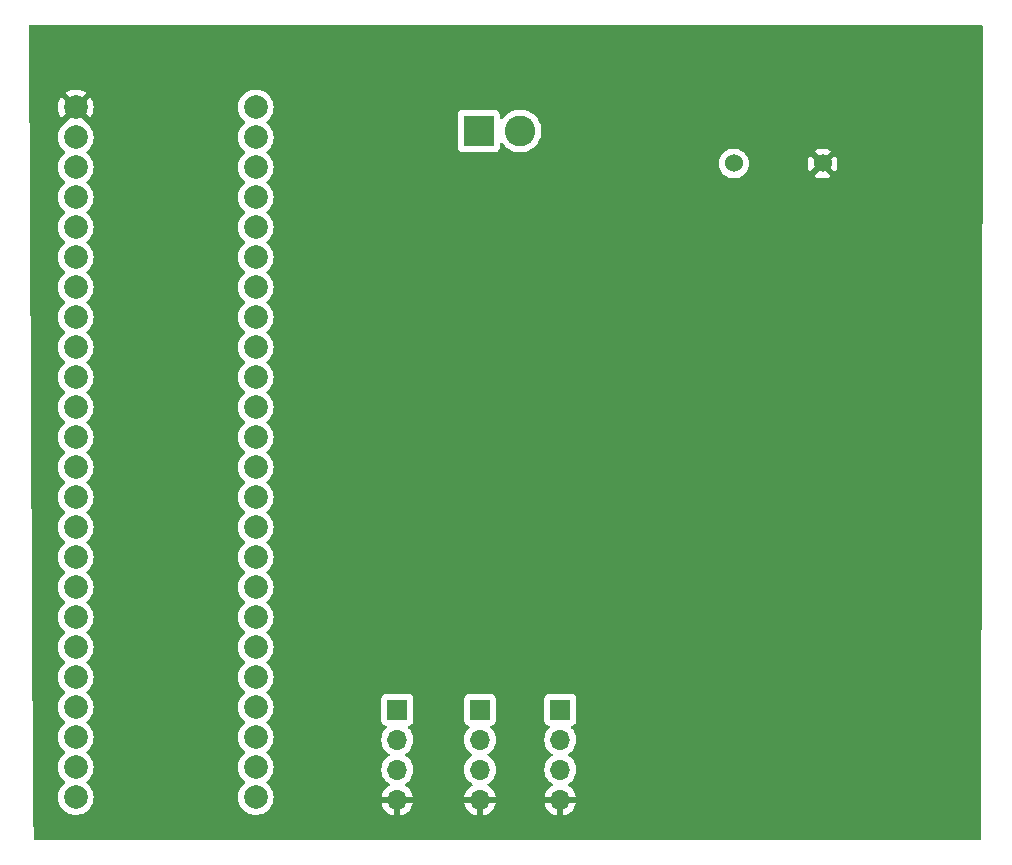
<source format=gbr>
%TF.GenerationSoftware,KiCad,Pcbnew,7.0.7*%
%TF.CreationDate,2024-01-17T14:00:17-05:00*%
%TF.ProjectId,Unified_Board,556e6966-6965-4645-9f42-6f6172642e6b,rev?*%
%TF.SameCoordinates,Original*%
%TF.FileFunction,Copper,L3,Inr*%
%TF.FilePolarity,Positive*%
%FSLAX46Y46*%
G04 Gerber Fmt 4.6, Leading zero omitted, Abs format (unit mm)*
G04 Created by KiCad (PCBNEW 7.0.7) date 2024-01-17 14:00:17*
%MOMM*%
%LPD*%
G01*
G04 APERTURE LIST*
%TA.AperFunction,ComponentPad*%
%ADD10R,1.700000X1.700000*%
%TD*%
%TA.AperFunction,ComponentPad*%
%ADD11O,1.700000X1.700000*%
%TD*%
%TA.AperFunction,ComponentPad*%
%ADD12R,2.600000X2.600000*%
%TD*%
%TA.AperFunction,ComponentPad*%
%ADD13C,2.600000*%
%TD*%
%TA.AperFunction,ComponentPad*%
%ADD14C,1.524000*%
%TD*%
%TA.AperFunction,ComponentPad*%
%ADD15C,2.000000*%
%TD*%
%TA.AperFunction,ViaPad*%
%ADD16C,0.800000*%
%TD*%
G04 APERTURE END LIST*
D10*
%TO.N,/3.3V*%
%TO.C,J3*%
X107600000Y-96000000D03*
D11*
%TO.N,/SCL*%
X107600000Y-98540000D03*
%TO.N,/SDA*%
X107600000Y-101080000D03*
%TO.N,GND*%
X107600000Y-103620000D03*
%TD*%
D12*
%TO.N,Net-(J1-Pin_1)*%
%TO.C,J1*%
X114500000Y-47000000D03*
D13*
%TO.N,Net-(D6-K)*%
X118000000Y-47000000D03*
%TD*%
D14*
%TO.N,Net-(BZ1--)*%
%TO.C,BZ1*%
X136100000Y-49750000D03*
%TO.N,GND*%
X143600000Y-49750000D03*
%TD*%
D10*
%TO.N,/3.3V*%
%TO.C,J2*%
X114600000Y-96000000D03*
D11*
%TO.N,/Breakout_RX2*%
X114600000Y-98540000D03*
%TO.N,/Breakout_TX2*%
X114600000Y-101080000D03*
%TO.N,GND*%
X114600000Y-103620000D03*
%TD*%
D10*
%TO.N,/3.3V*%
%TO.C,J4*%
X121400000Y-96000000D03*
D11*
%TO.N,/Breakout_RX1*%
X121400000Y-98540000D03*
%TO.N,/Breakout_TX1*%
X121400000Y-101080000D03*
%TO.N,GND*%
X121400000Y-103620000D03*
%TD*%
D15*
%TO.N,GND*%
%TO.C,Teensy4.1*%
X80380000Y-44990000D03*
%TO.N,/Breakout_RX1*%
X80380000Y-47530000D03*
%TO.N,/Breakout_TX1*%
X80380000Y-50070000D03*
%TO.N,unconnected-(Teensy4.1-PWM-Pad3)*%
X80380000Y-52610000D03*
%TO.N,unconnected-(Teensy4.1-PWM-Pad4)*%
X80380000Y-55150000D03*
%TO.N,unconnected-(Teensy4.1-PWM-Pad5)*%
X80380000Y-57690000D03*
%TO.N,unconnected-(Teensy4.1-PWM-Pad6)*%
X80380000Y-60230000D03*
%TO.N,unconnected-(Teensy4.1-PWM-Pad7)*%
X80380000Y-62770000D03*
%TO.N,/Breakout_RX2*%
X80380000Y-65310000D03*
%TO.N,/Breakout_TX2*%
X80380000Y-67850000D03*
%TO.N,unconnected-(Teensy4.1-PWM-Pad10)*%
X80380000Y-70390000D03*
%TO.N,unconnected-(Teensy4.1-CS-Pad11)*%
X80380000Y-72930000D03*
%TO.N,unconnected-(Teensy4.1-MOSI-Pad12)*%
X80380000Y-75470000D03*
%TO.N,unconnected-(Teensy4.1-MISO-Pad13)*%
X80380000Y-78010000D03*
%TO.N,unconnected-(Teensy4.1-3.3V-Pad14)*%
X80380000Y-80550000D03*
%TO.N,unconnected-(Teensy4.1-SCL2-Pad15)*%
X80380000Y-83090000D03*
%TO.N,unconnected-(Teensy4.1-SDA2-Pad16)*%
X80380000Y-85630000D03*
%TO.N,unconnected-(Teensy4.1-MOSI1-Pad17)*%
X80380000Y-88170000D03*
%TO.N,unconnected-(Teensy4.1-SCK1-Pad18)*%
X80380000Y-90710000D03*
%TO.N,unconnected-(Teensy4.1-RX7-Pad19)*%
X80380000Y-93250000D03*
%TO.N,unconnected-(Teensy4.1-TX7-Pad20)*%
X80380000Y-95790000D03*
%TO.N,unconnected-(Teensy4.1-GPIO-Pad21)*%
X80380000Y-98330000D03*
%TO.N,unconnected-(Teensy4.1-GPIO-Pad22)*%
X80380000Y-100870000D03*
%TO.N,unconnected-(Teensy4.1-GPIO-Pad23)*%
X80380000Y-103410000D03*
%TO.N,Net-(R14-Pad1)*%
X95620000Y-103410000D03*
%TO.N,unconnected-(Teensy4.1-RX8-Pad25)*%
X95620000Y-100870000D03*
%TO.N,unconnected-(Teensy4.1-TX8-Pad26)*%
X95620000Y-98330000D03*
%TO.N,/BMP_I2C_ADDR*%
X95620000Y-95790000D03*
%TO.N,/BMP_INT*%
X95620000Y-93250000D03*
%TO.N,unconnected-(Teensy4.1-CS1-Pad29)*%
X95620000Y-90710000D03*
%TO.N,unconnected-(Teensy4.1-MISO-Pad30)*%
X95620000Y-88170000D03*
%TO.N,unconnected-(Teensy4.1-A16-Pad31)*%
X95620000Y-85630000D03*
%TO.N,unconnected-(Teensy4.1-A17-Pad32)*%
X95620000Y-83090000D03*
%TO.N,unconnected-(Teensy4.1-GND-Pad33)*%
X95620000Y-80550000D03*
%TO.N,unconnected-(Teensy4.1-SCK-Pad34)*%
X95620000Y-78010000D03*
%TO.N,unconnected-(Teensy4.1-A0-Pad35)*%
X95620000Y-75470000D03*
%TO.N,unconnected-(Teensy4.1-A1-Pad36)*%
X95620000Y-72930000D03*
%TO.N,unconnected-(Teensy4.1-A2-Pad37)*%
X95620000Y-70390000D03*
%TO.N,unconnected-(Teensy4.1-A3-Pad38)*%
X95620000Y-67850000D03*
%TO.N,/SDA*%
X95620000Y-65310000D03*
%TO.N,/SCL*%
X95620000Y-62770000D03*
%TO.N,unconnected-(Teensy4.1-TX5-Pad41)*%
X95620000Y-60230000D03*
%TO.N,unconnected-(Teensy4.1-RX5-Pad42)*%
X95620000Y-57690000D03*
%TO.N,unconnected-(Teensy4.1-PWM-Pad43)*%
X95620000Y-55150000D03*
%TO.N,unconnected-(Teensy4.1-PWM-Pad44)*%
X95620000Y-52610000D03*
%TO.N,/3.3V*%
X95620000Y-50070000D03*
%TO.N,Net-(D6-K)*%
X95620000Y-47530000D03*
%TO.N,Net-(J1-Pin_1)*%
X95620000Y-44990000D03*
%TD*%
D16*
%TO.N,GND*%
X118800000Y-69800000D03*
X107400000Y-87600000D03*
X114600000Y-81800000D03*
X102535137Y-86118906D03*
%TD*%
%TA.AperFunction,Conductor*%
%TO.N,GND*%
G36*
X157142680Y-38019685D02*
G01*
X157188435Y-38072489D01*
X157199639Y-38124356D01*
X157101434Y-72005217D01*
X157000358Y-106876359D01*
X156980480Y-106943342D01*
X156927543Y-106988943D01*
X156876359Y-107000000D01*
X76923283Y-107000000D01*
X76856244Y-106980315D01*
X76810489Y-106927511D01*
X76799285Y-106876719D01*
X76788119Y-104950634D01*
X76779188Y-103410005D01*
X78874357Y-103410005D01*
X78894890Y-103657812D01*
X78894892Y-103657824D01*
X78955936Y-103898881D01*
X79055826Y-104126606D01*
X79191833Y-104334782D01*
X79191836Y-104334785D01*
X79360256Y-104517738D01*
X79556491Y-104670474D01*
X79775190Y-104788828D01*
X80010386Y-104869571D01*
X80255665Y-104910500D01*
X80504335Y-104910500D01*
X80749614Y-104869571D01*
X80984810Y-104788828D01*
X81203509Y-104670474D01*
X81399744Y-104517738D01*
X81568164Y-104334785D01*
X81704173Y-104126607D01*
X81804063Y-103898881D01*
X81865108Y-103657821D01*
X81875788Y-103528933D01*
X81885643Y-103410005D01*
X94114357Y-103410005D01*
X94134890Y-103657812D01*
X94134892Y-103657824D01*
X94195936Y-103898881D01*
X94295826Y-104126606D01*
X94431833Y-104334782D01*
X94431836Y-104334785D01*
X94600256Y-104517738D01*
X94796491Y-104670474D01*
X95015190Y-104788828D01*
X95250386Y-104869571D01*
X95495665Y-104910500D01*
X95744335Y-104910500D01*
X95989614Y-104869571D01*
X96224810Y-104788828D01*
X96443509Y-104670474D01*
X96639744Y-104517738D01*
X96808164Y-104334785D01*
X96944173Y-104126607D01*
X97044063Y-103898881D01*
X97105108Y-103657821D01*
X97115788Y-103528933D01*
X97125643Y-103410005D01*
X97125643Y-103409994D01*
X97105109Y-103162187D01*
X97105107Y-103162175D01*
X97044063Y-102921118D01*
X96944173Y-102693393D01*
X96808166Y-102485217D01*
X96777476Y-102451879D01*
X96639744Y-102302262D01*
X96556991Y-102237852D01*
X96516179Y-102181143D01*
X96512504Y-102111370D01*
X96547136Y-102050687D01*
X96556985Y-102042151D01*
X96639744Y-101977738D01*
X96808164Y-101794785D01*
X96944173Y-101586607D01*
X97044063Y-101358881D01*
X97105108Y-101117821D01*
X97108242Y-101080000D01*
X106244341Y-101080000D01*
X106264936Y-101315403D01*
X106264938Y-101315413D01*
X106326094Y-101543655D01*
X106326096Y-101543659D01*
X106326097Y-101543663D01*
X106425965Y-101757829D01*
X106425965Y-101757830D01*
X106425967Y-101757834D01*
X106451841Y-101794785D01*
X106561505Y-101951401D01*
X106728599Y-102118495D01*
X106899058Y-102237852D01*
X106914594Y-102248730D01*
X106958219Y-102303307D01*
X106965413Y-102372805D01*
X106933890Y-102435160D01*
X106914595Y-102451880D01*
X106728922Y-102581890D01*
X106728920Y-102581891D01*
X106561891Y-102748920D01*
X106561886Y-102748926D01*
X106426400Y-102942420D01*
X106426399Y-102942422D01*
X106326570Y-103156507D01*
X106326567Y-103156513D01*
X106269364Y-103369999D01*
X106269364Y-103370000D01*
X106986653Y-103370000D01*
X107053692Y-103389685D01*
X107099447Y-103442489D01*
X107109391Y-103511647D01*
X107105631Y-103528933D01*
X107100000Y-103548111D01*
X107100000Y-103691888D01*
X107105631Y-103711067D01*
X107105630Y-103780936D01*
X107067855Y-103839714D01*
X107004299Y-103868738D01*
X106986653Y-103870000D01*
X106269364Y-103870000D01*
X106326567Y-104083486D01*
X106326570Y-104083492D01*
X106426399Y-104297578D01*
X106561894Y-104491082D01*
X106728917Y-104658105D01*
X106922421Y-104793600D01*
X107136507Y-104893429D01*
X107136516Y-104893433D01*
X107350000Y-104950634D01*
X107350000Y-104232301D01*
X107369685Y-104165262D01*
X107422489Y-104119507D01*
X107491647Y-104109563D01*
X107564237Y-104120000D01*
X107564238Y-104120000D01*
X107635762Y-104120000D01*
X107635763Y-104120000D01*
X107708353Y-104109563D01*
X107777512Y-104119507D01*
X107830315Y-104165262D01*
X107850000Y-104232301D01*
X107850000Y-104950633D01*
X108063483Y-104893433D01*
X108063492Y-104893429D01*
X108277578Y-104793600D01*
X108471082Y-104658105D01*
X108638105Y-104491082D01*
X108773600Y-104297578D01*
X108873429Y-104083492D01*
X108873432Y-104083486D01*
X108930636Y-103870000D01*
X108213347Y-103870000D01*
X108146308Y-103850315D01*
X108100553Y-103797511D01*
X108090609Y-103728353D01*
X108094369Y-103711067D01*
X108100000Y-103691888D01*
X108100000Y-103548111D01*
X108094369Y-103528933D01*
X108094370Y-103459064D01*
X108132145Y-103400286D01*
X108195701Y-103371262D01*
X108213347Y-103370000D01*
X108930636Y-103370000D01*
X108930635Y-103369999D01*
X108873432Y-103156513D01*
X108873429Y-103156507D01*
X108773600Y-102942422D01*
X108773599Y-102942420D01*
X108638113Y-102748926D01*
X108638108Y-102748920D01*
X108471078Y-102581890D01*
X108285405Y-102451879D01*
X108241780Y-102397302D01*
X108234588Y-102327804D01*
X108266110Y-102265449D01*
X108285406Y-102248730D01*
X108471401Y-102118495D01*
X108638495Y-101951401D01*
X108774035Y-101757830D01*
X108873903Y-101543663D01*
X108935063Y-101315408D01*
X108955659Y-101080000D01*
X113244341Y-101080000D01*
X113264936Y-101315403D01*
X113264938Y-101315413D01*
X113326094Y-101543655D01*
X113326096Y-101543659D01*
X113326097Y-101543663D01*
X113425965Y-101757829D01*
X113425965Y-101757830D01*
X113425967Y-101757834D01*
X113451841Y-101794785D01*
X113561505Y-101951401D01*
X113728599Y-102118495D01*
X113899058Y-102237852D01*
X113914594Y-102248730D01*
X113958219Y-102303307D01*
X113965413Y-102372805D01*
X113933890Y-102435160D01*
X113914595Y-102451880D01*
X113728922Y-102581890D01*
X113728920Y-102581891D01*
X113561891Y-102748920D01*
X113561886Y-102748926D01*
X113426400Y-102942420D01*
X113426399Y-102942422D01*
X113326570Y-103156507D01*
X113326567Y-103156513D01*
X113269364Y-103369999D01*
X113269364Y-103370000D01*
X113986653Y-103370000D01*
X114053692Y-103389685D01*
X114099447Y-103442489D01*
X114109391Y-103511647D01*
X114105631Y-103528933D01*
X114100000Y-103548111D01*
X114100000Y-103691888D01*
X114105631Y-103711067D01*
X114105630Y-103780936D01*
X114067855Y-103839714D01*
X114004299Y-103868738D01*
X113986653Y-103870000D01*
X113269364Y-103870000D01*
X113326567Y-104083486D01*
X113326570Y-104083492D01*
X113426399Y-104297578D01*
X113561894Y-104491082D01*
X113728917Y-104658105D01*
X113922421Y-104793600D01*
X114136507Y-104893429D01*
X114136516Y-104893433D01*
X114350000Y-104950634D01*
X114350000Y-104232301D01*
X114369685Y-104165262D01*
X114422489Y-104119507D01*
X114491647Y-104109563D01*
X114564237Y-104120000D01*
X114564238Y-104120000D01*
X114635762Y-104120000D01*
X114635763Y-104120000D01*
X114708353Y-104109563D01*
X114777512Y-104119507D01*
X114830315Y-104165262D01*
X114850000Y-104232301D01*
X114850000Y-104950633D01*
X115063483Y-104893433D01*
X115063492Y-104893429D01*
X115277578Y-104793600D01*
X115471082Y-104658105D01*
X115638105Y-104491082D01*
X115773600Y-104297578D01*
X115873429Y-104083492D01*
X115873432Y-104083486D01*
X115930636Y-103870000D01*
X115213347Y-103870000D01*
X115146308Y-103850315D01*
X115100553Y-103797511D01*
X115090609Y-103728353D01*
X115094369Y-103711067D01*
X115100000Y-103691888D01*
X115100000Y-103548111D01*
X115094369Y-103528933D01*
X115094370Y-103459064D01*
X115132145Y-103400286D01*
X115195701Y-103371262D01*
X115213347Y-103370000D01*
X115930636Y-103370000D01*
X115930635Y-103369999D01*
X115873432Y-103156513D01*
X115873429Y-103156507D01*
X115773600Y-102942422D01*
X115773599Y-102942420D01*
X115638113Y-102748926D01*
X115638108Y-102748920D01*
X115471078Y-102581890D01*
X115285405Y-102451879D01*
X115241780Y-102397302D01*
X115234588Y-102327804D01*
X115266110Y-102265449D01*
X115285406Y-102248730D01*
X115471401Y-102118495D01*
X115638495Y-101951401D01*
X115774035Y-101757830D01*
X115873903Y-101543663D01*
X115935063Y-101315408D01*
X115955659Y-101080000D01*
X120044341Y-101080000D01*
X120064936Y-101315403D01*
X120064938Y-101315413D01*
X120126094Y-101543655D01*
X120126096Y-101543659D01*
X120126097Y-101543663D01*
X120225965Y-101757830D01*
X120225967Y-101757834D01*
X120251841Y-101794785D01*
X120361505Y-101951401D01*
X120528599Y-102118495D01*
X120699058Y-102237852D01*
X120714594Y-102248730D01*
X120758219Y-102303307D01*
X120765413Y-102372805D01*
X120733890Y-102435160D01*
X120714595Y-102451880D01*
X120528922Y-102581890D01*
X120528920Y-102581891D01*
X120361891Y-102748920D01*
X120361886Y-102748926D01*
X120226400Y-102942420D01*
X120226399Y-102942422D01*
X120126570Y-103156507D01*
X120126567Y-103156513D01*
X120069364Y-103369999D01*
X120069364Y-103370000D01*
X120786653Y-103370000D01*
X120853692Y-103389685D01*
X120899447Y-103442489D01*
X120909391Y-103511647D01*
X120905631Y-103528933D01*
X120900000Y-103548111D01*
X120900000Y-103691888D01*
X120905631Y-103711067D01*
X120905630Y-103780936D01*
X120867855Y-103839714D01*
X120804299Y-103868738D01*
X120786653Y-103870000D01*
X120069364Y-103870000D01*
X120126567Y-104083486D01*
X120126570Y-104083492D01*
X120226399Y-104297578D01*
X120361894Y-104491082D01*
X120528917Y-104658105D01*
X120722421Y-104793600D01*
X120936507Y-104893429D01*
X120936516Y-104893433D01*
X121149999Y-104950633D01*
X121149999Y-104232301D01*
X121169683Y-104165262D01*
X121222487Y-104119507D01*
X121291646Y-104109563D01*
X121298380Y-104110531D01*
X121364237Y-104120000D01*
X121364238Y-104120000D01*
X121435762Y-104120000D01*
X121435763Y-104120000D01*
X121508353Y-104109563D01*
X121577512Y-104119507D01*
X121630315Y-104165262D01*
X121650000Y-104232301D01*
X121649999Y-104950633D01*
X121863483Y-104893433D01*
X121863492Y-104893429D01*
X122077578Y-104793600D01*
X122271082Y-104658105D01*
X122438105Y-104491082D01*
X122573600Y-104297578D01*
X122673429Y-104083492D01*
X122673432Y-104083486D01*
X122730636Y-103870000D01*
X122013347Y-103870000D01*
X121946308Y-103850315D01*
X121900553Y-103797511D01*
X121890609Y-103728353D01*
X121894369Y-103711067D01*
X121900000Y-103691888D01*
X121900000Y-103548111D01*
X121894369Y-103528933D01*
X121894370Y-103459064D01*
X121932145Y-103400286D01*
X121995701Y-103371262D01*
X122013347Y-103370000D01*
X122730636Y-103370000D01*
X122730635Y-103369999D01*
X122673432Y-103156513D01*
X122673429Y-103156507D01*
X122573600Y-102942422D01*
X122573599Y-102942420D01*
X122438113Y-102748926D01*
X122438108Y-102748920D01*
X122271078Y-102581890D01*
X122085405Y-102451879D01*
X122041780Y-102397302D01*
X122034588Y-102327804D01*
X122066110Y-102265449D01*
X122085406Y-102248730D01*
X122271401Y-102118495D01*
X122438495Y-101951401D01*
X122574035Y-101757830D01*
X122673903Y-101543663D01*
X122735063Y-101315408D01*
X122755659Y-101080000D01*
X122735063Y-100844592D01*
X122688626Y-100671285D01*
X122673905Y-100616344D01*
X122673904Y-100616343D01*
X122673903Y-100616337D01*
X122574035Y-100402171D01*
X122559295Y-100381119D01*
X122438494Y-100208597D01*
X122271402Y-100041506D01*
X122271401Y-100041505D01*
X122085842Y-99911575D01*
X122085841Y-99911574D01*
X122042216Y-99856997D01*
X122035024Y-99787498D01*
X122066546Y-99725144D01*
X122085836Y-99708428D01*
X122271401Y-99578495D01*
X122438495Y-99411401D01*
X122574035Y-99217830D01*
X122673903Y-99003663D01*
X122735063Y-98775408D01*
X122755659Y-98540000D01*
X122735063Y-98304592D01*
X122688626Y-98131285D01*
X122673905Y-98076344D01*
X122673904Y-98076343D01*
X122673903Y-98076337D01*
X122574035Y-97862171D01*
X122559294Y-97841119D01*
X122438496Y-97668600D01*
X122383289Y-97613393D01*
X122316567Y-97546671D01*
X122283084Y-97485351D01*
X122288068Y-97415659D01*
X122329939Y-97359725D01*
X122360915Y-97342810D01*
X122492331Y-97293796D01*
X122607546Y-97207546D01*
X122693796Y-97092331D01*
X122744091Y-96957483D01*
X122750500Y-96897873D01*
X122750499Y-95102128D01*
X122744091Y-95042517D01*
X122693796Y-94907669D01*
X122693795Y-94907668D01*
X122693793Y-94907664D01*
X122607547Y-94792455D01*
X122607544Y-94792452D01*
X122492335Y-94706206D01*
X122492328Y-94706202D01*
X122357482Y-94655908D01*
X122357483Y-94655908D01*
X122297883Y-94649501D01*
X122297881Y-94649500D01*
X122297873Y-94649500D01*
X122297864Y-94649500D01*
X120502129Y-94649500D01*
X120502123Y-94649501D01*
X120442516Y-94655908D01*
X120307671Y-94706202D01*
X120307664Y-94706206D01*
X120192455Y-94792452D01*
X120192452Y-94792455D01*
X120106206Y-94907664D01*
X120106202Y-94907671D01*
X120055908Y-95042517D01*
X120052589Y-95073393D01*
X120049501Y-95102123D01*
X120049500Y-95102135D01*
X120049500Y-96897870D01*
X120049501Y-96897876D01*
X120055908Y-96957483D01*
X120106202Y-97092328D01*
X120106206Y-97092335D01*
X120192452Y-97207544D01*
X120192455Y-97207547D01*
X120307664Y-97293793D01*
X120307671Y-97293797D01*
X120439081Y-97342810D01*
X120495015Y-97384681D01*
X120519432Y-97450145D01*
X120504580Y-97518418D01*
X120483430Y-97546673D01*
X120361503Y-97668600D01*
X120225965Y-97862169D01*
X120225964Y-97862171D01*
X120126098Y-98076335D01*
X120126094Y-98076344D01*
X120064938Y-98304586D01*
X120064936Y-98304596D01*
X120044341Y-98539999D01*
X120044341Y-98540000D01*
X120064936Y-98775403D01*
X120064938Y-98775413D01*
X120126094Y-99003655D01*
X120126096Y-99003659D01*
X120126097Y-99003663D01*
X120225964Y-99217829D01*
X120225965Y-99217830D01*
X120225967Y-99217834D01*
X120361501Y-99411395D01*
X120361506Y-99411402D01*
X120528597Y-99578493D01*
X120528603Y-99578498D01*
X120714158Y-99708425D01*
X120757783Y-99763002D01*
X120764977Y-99832500D01*
X120733454Y-99894855D01*
X120714158Y-99911575D01*
X120528597Y-100041505D01*
X120361505Y-100208597D01*
X120225965Y-100402169D01*
X120225964Y-100402171D01*
X120126098Y-100616335D01*
X120126094Y-100616344D01*
X120064938Y-100844586D01*
X120064936Y-100844596D01*
X120044341Y-101079999D01*
X120044341Y-101080000D01*
X115955659Y-101080000D01*
X115935063Y-100844592D01*
X115888626Y-100671285D01*
X115873905Y-100616344D01*
X115873904Y-100616343D01*
X115873903Y-100616337D01*
X115774035Y-100402171D01*
X115759295Y-100381119D01*
X115638494Y-100208597D01*
X115471402Y-100041506D01*
X115471396Y-100041501D01*
X115285842Y-99911575D01*
X115242217Y-99856998D01*
X115235023Y-99787500D01*
X115266546Y-99725145D01*
X115285842Y-99708425D01*
X115381933Y-99641141D01*
X115471401Y-99578495D01*
X115638495Y-99411401D01*
X115774035Y-99217830D01*
X115873903Y-99003663D01*
X115935063Y-98775408D01*
X115955659Y-98540000D01*
X115935063Y-98304592D01*
X115888626Y-98131285D01*
X115873905Y-98076344D01*
X115873904Y-98076343D01*
X115873903Y-98076337D01*
X115774035Y-97862171D01*
X115759294Y-97841119D01*
X115638496Y-97668600D01*
X115583289Y-97613393D01*
X115516567Y-97546671D01*
X115483084Y-97485351D01*
X115488068Y-97415659D01*
X115529939Y-97359725D01*
X115560915Y-97342810D01*
X115692331Y-97293796D01*
X115807546Y-97207546D01*
X115893796Y-97092331D01*
X115944091Y-96957483D01*
X115950500Y-96897873D01*
X115950499Y-95102128D01*
X115944091Y-95042517D01*
X115893796Y-94907669D01*
X115893795Y-94907668D01*
X115893793Y-94907664D01*
X115807547Y-94792455D01*
X115807544Y-94792452D01*
X115692335Y-94706206D01*
X115692328Y-94706202D01*
X115557482Y-94655908D01*
X115557483Y-94655908D01*
X115497883Y-94649501D01*
X115497881Y-94649500D01*
X115497873Y-94649500D01*
X115497864Y-94649500D01*
X113702129Y-94649500D01*
X113702123Y-94649501D01*
X113642516Y-94655908D01*
X113507671Y-94706202D01*
X113507664Y-94706206D01*
X113392455Y-94792452D01*
X113392452Y-94792455D01*
X113306206Y-94907664D01*
X113306202Y-94907671D01*
X113255908Y-95042517D01*
X113252589Y-95073393D01*
X113249501Y-95102123D01*
X113249500Y-95102135D01*
X113249500Y-96897870D01*
X113249501Y-96897876D01*
X113255908Y-96957483D01*
X113306202Y-97092328D01*
X113306206Y-97092335D01*
X113392452Y-97207544D01*
X113392455Y-97207547D01*
X113507664Y-97293793D01*
X113507671Y-97293797D01*
X113639081Y-97342810D01*
X113695015Y-97384681D01*
X113719432Y-97450145D01*
X113704580Y-97518418D01*
X113683430Y-97546673D01*
X113561503Y-97668600D01*
X113425965Y-97862169D01*
X113425964Y-97862171D01*
X113326098Y-98076335D01*
X113326094Y-98076344D01*
X113264938Y-98304586D01*
X113264936Y-98304596D01*
X113244341Y-98539999D01*
X113244341Y-98540000D01*
X113264936Y-98775403D01*
X113264938Y-98775413D01*
X113326094Y-99003655D01*
X113326096Y-99003659D01*
X113326097Y-99003663D01*
X113425965Y-99217829D01*
X113425965Y-99217830D01*
X113425967Y-99217834D01*
X113561501Y-99411395D01*
X113561506Y-99411402D01*
X113728597Y-99578493D01*
X113728603Y-99578498D01*
X113914158Y-99708425D01*
X113957783Y-99763002D01*
X113964977Y-99832500D01*
X113933454Y-99894855D01*
X113914158Y-99911575D01*
X113728597Y-100041505D01*
X113561505Y-100208597D01*
X113425965Y-100402169D01*
X113425964Y-100402171D01*
X113326098Y-100616335D01*
X113326094Y-100616344D01*
X113264938Y-100844586D01*
X113264936Y-100844596D01*
X113244341Y-101079999D01*
X113244341Y-101080000D01*
X108955659Y-101080000D01*
X108935063Y-100844592D01*
X108888626Y-100671285D01*
X108873905Y-100616344D01*
X108873904Y-100616343D01*
X108873903Y-100616337D01*
X108774035Y-100402171D01*
X108759295Y-100381119D01*
X108638494Y-100208597D01*
X108471402Y-100041506D01*
X108471396Y-100041501D01*
X108285842Y-99911575D01*
X108242217Y-99856998D01*
X108235023Y-99787500D01*
X108266546Y-99725145D01*
X108285842Y-99708425D01*
X108381933Y-99641141D01*
X108471401Y-99578495D01*
X108638495Y-99411401D01*
X108774035Y-99217830D01*
X108873903Y-99003663D01*
X108935063Y-98775408D01*
X108955659Y-98540000D01*
X108935063Y-98304592D01*
X108888626Y-98131285D01*
X108873905Y-98076344D01*
X108873904Y-98076343D01*
X108873903Y-98076337D01*
X108774035Y-97862171D01*
X108759294Y-97841119D01*
X108638496Y-97668600D01*
X108583289Y-97613393D01*
X108516567Y-97546671D01*
X108483084Y-97485351D01*
X108488068Y-97415659D01*
X108529939Y-97359725D01*
X108560915Y-97342810D01*
X108692331Y-97293796D01*
X108807546Y-97207546D01*
X108893796Y-97092331D01*
X108944091Y-96957483D01*
X108950500Y-96897873D01*
X108950499Y-95102128D01*
X108944091Y-95042517D01*
X108893796Y-94907669D01*
X108893795Y-94907668D01*
X108893793Y-94907664D01*
X108807547Y-94792455D01*
X108807544Y-94792452D01*
X108692335Y-94706206D01*
X108692328Y-94706202D01*
X108557482Y-94655908D01*
X108557483Y-94655908D01*
X108497883Y-94649501D01*
X108497881Y-94649500D01*
X108497873Y-94649500D01*
X108497864Y-94649500D01*
X106702129Y-94649500D01*
X106702123Y-94649501D01*
X106642516Y-94655908D01*
X106507671Y-94706202D01*
X106507664Y-94706206D01*
X106392455Y-94792452D01*
X106392452Y-94792455D01*
X106306206Y-94907664D01*
X106306202Y-94907671D01*
X106255908Y-95042517D01*
X106252589Y-95073393D01*
X106249501Y-95102123D01*
X106249500Y-95102135D01*
X106249500Y-96897870D01*
X106249501Y-96897876D01*
X106255908Y-96957483D01*
X106306202Y-97092328D01*
X106306206Y-97092335D01*
X106392452Y-97207544D01*
X106392455Y-97207547D01*
X106507664Y-97293793D01*
X106507671Y-97293797D01*
X106639081Y-97342810D01*
X106695015Y-97384681D01*
X106719432Y-97450145D01*
X106704580Y-97518418D01*
X106683430Y-97546673D01*
X106561503Y-97668600D01*
X106425965Y-97862169D01*
X106425964Y-97862171D01*
X106326098Y-98076335D01*
X106326094Y-98076344D01*
X106264938Y-98304586D01*
X106264936Y-98304596D01*
X106244341Y-98539999D01*
X106244341Y-98540000D01*
X106264936Y-98775403D01*
X106264938Y-98775413D01*
X106326094Y-99003655D01*
X106326096Y-99003659D01*
X106326097Y-99003663D01*
X106425964Y-99217830D01*
X106425965Y-99217830D01*
X106425967Y-99217834D01*
X106561501Y-99411395D01*
X106561506Y-99411402D01*
X106728597Y-99578493D01*
X106728603Y-99578498D01*
X106914158Y-99708425D01*
X106957783Y-99763002D01*
X106964977Y-99832500D01*
X106933454Y-99894855D01*
X106914158Y-99911575D01*
X106728597Y-100041505D01*
X106561505Y-100208597D01*
X106425965Y-100402169D01*
X106425964Y-100402171D01*
X106326098Y-100616335D01*
X106326094Y-100616344D01*
X106264938Y-100844586D01*
X106264936Y-100844596D01*
X106244341Y-101079999D01*
X106244341Y-101080000D01*
X97108242Y-101080000D01*
X97125643Y-100870000D01*
X97123537Y-100844586D01*
X97105109Y-100622187D01*
X97105107Y-100622175D01*
X97044063Y-100381118D01*
X96944173Y-100153393D01*
X96808166Y-99945217D01*
X96761804Y-99894855D01*
X96639744Y-99762262D01*
X96556991Y-99697852D01*
X96516179Y-99641143D01*
X96512504Y-99571370D01*
X96547136Y-99510687D01*
X96556985Y-99502151D01*
X96639744Y-99437738D01*
X96808164Y-99254785D01*
X96944173Y-99046607D01*
X97044063Y-98818881D01*
X97105108Y-98577821D01*
X97125643Y-98330000D01*
X97123537Y-98304586D01*
X97105109Y-98082187D01*
X97105107Y-98082175D01*
X97044063Y-97841118D01*
X96944173Y-97613393D01*
X96808166Y-97405217D01*
X96772032Y-97365965D01*
X96639744Y-97222262D01*
X96556991Y-97157852D01*
X96516179Y-97101143D01*
X96512504Y-97031370D01*
X96547136Y-96970687D01*
X96556985Y-96962151D01*
X96639744Y-96897738D01*
X96808164Y-96714785D01*
X96944173Y-96506607D01*
X97044063Y-96278881D01*
X97105108Y-96037821D01*
X97125643Y-95790000D01*
X97105108Y-95542179D01*
X97044063Y-95301119D01*
X96944173Y-95073393D01*
X96835902Y-94907671D01*
X96808166Y-94865217D01*
X96786557Y-94841744D01*
X96639744Y-94682262D01*
X96556991Y-94617852D01*
X96516179Y-94561143D01*
X96512504Y-94491370D01*
X96547136Y-94430687D01*
X96556985Y-94422151D01*
X96639744Y-94357738D01*
X96808164Y-94174785D01*
X96944173Y-93966607D01*
X97044063Y-93738881D01*
X97105108Y-93497821D01*
X97125643Y-93250000D01*
X97105108Y-93002179D01*
X97044063Y-92761119D01*
X96944173Y-92533393D01*
X96808166Y-92325217D01*
X96786557Y-92301744D01*
X96639744Y-92142262D01*
X96556991Y-92077852D01*
X96516179Y-92021143D01*
X96512504Y-91951370D01*
X96547136Y-91890687D01*
X96556985Y-91882151D01*
X96639744Y-91817738D01*
X96808164Y-91634785D01*
X96944173Y-91426607D01*
X97044063Y-91198881D01*
X97105108Y-90957821D01*
X97125643Y-90710000D01*
X97105108Y-90462179D01*
X97044063Y-90221119D01*
X96944173Y-89993393D01*
X96944173Y-89993392D01*
X96808166Y-89785217D01*
X96786557Y-89761744D01*
X96639744Y-89602262D01*
X96556991Y-89537852D01*
X96516179Y-89481143D01*
X96512504Y-89411370D01*
X96547136Y-89350687D01*
X96556985Y-89342151D01*
X96639744Y-89277738D01*
X96808164Y-89094785D01*
X96944173Y-88886607D01*
X97044063Y-88658881D01*
X97105108Y-88417821D01*
X97125643Y-88170000D01*
X97105108Y-87922179D01*
X97044063Y-87681119D01*
X96944173Y-87453393D01*
X96808166Y-87245217D01*
X96786557Y-87221744D01*
X96639744Y-87062262D01*
X96556991Y-86997852D01*
X96516179Y-86941143D01*
X96512504Y-86871370D01*
X96547136Y-86810687D01*
X96556985Y-86802151D01*
X96639744Y-86737738D01*
X96808164Y-86554785D01*
X96944173Y-86346607D01*
X97044063Y-86118881D01*
X97105108Y-85877821D01*
X97125643Y-85630000D01*
X97105108Y-85382179D01*
X97044063Y-85141119D01*
X96944173Y-84913393D01*
X96808166Y-84705217D01*
X96786557Y-84681744D01*
X96639744Y-84522262D01*
X96556991Y-84457852D01*
X96516179Y-84401143D01*
X96512504Y-84331370D01*
X96547136Y-84270687D01*
X96556985Y-84262151D01*
X96639744Y-84197738D01*
X96808164Y-84014785D01*
X96944173Y-83806607D01*
X97044063Y-83578881D01*
X97105108Y-83337821D01*
X97125643Y-83090000D01*
X97105108Y-82842179D01*
X97044063Y-82601119D01*
X96944173Y-82373393D01*
X96808166Y-82165217D01*
X96786557Y-82141744D01*
X96639744Y-81982262D01*
X96556991Y-81917852D01*
X96516179Y-81861143D01*
X96512504Y-81791370D01*
X96547136Y-81730687D01*
X96556985Y-81722151D01*
X96639744Y-81657738D01*
X96808164Y-81474785D01*
X96944173Y-81266607D01*
X97044063Y-81038881D01*
X97105108Y-80797821D01*
X97125643Y-80550000D01*
X97105108Y-80302179D01*
X97044063Y-80061119D01*
X96944173Y-79833393D01*
X96944173Y-79833392D01*
X96808166Y-79625217D01*
X96786557Y-79601744D01*
X96639744Y-79442262D01*
X96556991Y-79377852D01*
X96516179Y-79321143D01*
X96512504Y-79251370D01*
X96547136Y-79190687D01*
X96556985Y-79182151D01*
X96639744Y-79117738D01*
X96808164Y-78934785D01*
X96944173Y-78726607D01*
X97044063Y-78498881D01*
X97105108Y-78257821D01*
X97125643Y-78010000D01*
X97105108Y-77762179D01*
X97044063Y-77521119D01*
X96944173Y-77293393D01*
X96808166Y-77085217D01*
X96787860Y-77063159D01*
X96639744Y-76902262D01*
X96612525Y-76881077D01*
X96556991Y-76837852D01*
X96516178Y-76781141D01*
X96512505Y-76711368D01*
X96547136Y-76650685D01*
X96556974Y-76642160D01*
X96639744Y-76577738D01*
X96808164Y-76394785D01*
X96944173Y-76186607D01*
X97044063Y-75958881D01*
X97105108Y-75717821D01*
X97125643Y-75470000D01*
X97105108Y-75222179D01*
X97044063Y-74981119D01*
X96944173Y-74753393D01*
X96808166Y-74545217D01*
X96787860Y-74523159D01*
X96639744Y-74362262D01*
X96612525Y-74341077D01*
X96556991Y-74297852D01*
X96516178Y-74241141D01*
X96512505Y-74171368D01*
X96547136Y-74110685D01*
X96556974Y-74102160D01*
X96639744Y-74037738D01*
X96808164Y-73854785D01*
X96944173Y-73646607D01*
X97044063Y-73418881D01*
X97105108Y-73177821D01*
X97125643Y-72930000D01*
X97105108Y-72682179D01*
X97044063Y-72441119D01*
X96944173Y-72213393D01*
X96808166Y-72005217D01*
X96787860Y-71983159D01*
X96639744Y-71822262D01*
X96612525Y-71801077D01*
X96556991Y-71757852D01*
X96516178Y-71701141D01*
X96512505Y-71631368D01*
X96547136Y-71570685D01*
X96556974Y-71562160D01*
X96639744Y-71497738D01*
X96808164Y-71314785D01*
X96944173Y-71106607D01*
X97044063Y-70878881D01*
X97105108Y-70637821D01*
X97125643Y-70390000D01*
X97105108Y-70142179D01*
X97044063Y-69901119D01*
X96944173Y-69673393D01*
X96944173Y-69673392D01*
X96808166Y-69465217D01*
X96786557Y-69441744D01*
X96639744Y-69282262D01*
X96556991Y-69217852D01*
X96516179Y-69161143D01*
X96512504Y-69091370D01*
X96547136Y-69030687D01*
X96556985Y-69022151D01*
X96639744Y-68957738D01*
X96808164Y-68774785D01*
X96944173Y-68566607D01*
X97044063Y-68338881D01*
X97105108Y-68097821D01*
X97125643Y-67850000D01*
X97105108Y-67602179D01*
X97044063Y-67361119D01*
X96944173Y-67133393D01*
X96808166Y-66925217D01*
X96786557Y-66901744D01*
X96639744Y-66742262D01*
X96556991Y-66677852D01*
X96516179Y-66621143D01*
X96512504Y-66551370D01*
X96547136Y-66490687D01*
X96556985Y-66482151D01*
X96639744Y-66417738D01*
X96808164Y-66234785D01*
X96944173Y-66026607D01*
X97044063Y-65798881D01*
X97105108Y-65557821D01*
X97125643Y-65310000D01*
X97105108Y-65062179D01*
X97044063Y-64821119D01*
X96944173Y-64593393D01*
X96944173Y-64593392D01*
X96808166Y-64385217D01*
X96787860Y-64363159D01*
X96639744Y-64202262D01*
X96612525Y-64181077D01*
X96556991Y-64137852D01*
X96516178Y-64081141D01*
X96512505Y-64011368D01*
X96547136Y-63950685D01*
X96556974Y-63942160D01*
X96639744Y-63877738D01*
X96808164Y-63694785D01*
X96944173Y-63486607D01*
X97044063Y-63258881D01*
X97105108Y-63017821D01*
X97125643Y-62770000D01*
X97105108Y-62522179D01*
X97044063Y-62281119D01*
X96944173Y-62053393D01*
X96808166Y-61845217D01*
X96787860Y-61823159D01*
X96639744Y-61662262D01*
X96612525Y-61641077D01*
X96556991Y-61597852D01*
X96516178Y-61541141D01*
X96512505Y-61471368D01*
X96547136Y-61410685D01*
X96556974Y-61402160D01*
X96639744Y-61337738D01*
X96808164Y-61154785D01*
X96944173Y-60946607D01*
X97044063Y-60718881D01*
X97105108Y-60477821D01*
X97125643Y-60230000D01*
X97105108Y-59982179D01*
X97044063Y-59741119D01*
X96944173Y-59513393D01*
X96808166Y-59305217D01*
X96786557Y-59281744D01*
X96639744Y-59122262D01*
X96556991Y-59057852D01*
X96516179Y-59001143D01*
X96512504Y-58931370D01*
X96547136Y-58870687D01*
X96556985Y-58862151D01*
X96639744Y-58797738D01*
X96808164Y-58614785D01*
X96944173Y-58406607D01*
X97044063Y-58178881D01*
X97105108Y-57937821D01*
X97125643Y-57690000D01*
X97105108Y-57442179D01*
X97044063Y-57201119D01*
X96944173Y-56973393D01*
X96808166Y-56765217D01*
X96786557Y-56741744D01*
X96639744Y-56582262D01*
X96556991Y-56517852D01*
X96516179Y-56461143D01*
X96512504Y-56391370D01*
X96547136Y-56330687D01*
X96556985Y-56322151D01*
X96639744Y-56257738D01*
X96808164Y-56074785D01*
X96944173Y-55866607D01*
X97044063Y-55638881D01*
X97105108Y-55397821D01*
X97125643Y-55150000D01*
X97105108Y-54902179D01*
X97044063Y-54661119D01*
X96944173Y-54433393D01*
X96808166Y-54225217D01*
X96786557Y-54201744D01*
X96639744Y-54042262D01*
X96556991Y-53977852D01*
X96516179Y-53921143D01*
X96512504Y-53851370D01*
X96547136Y-53790687D01*
X96556985Y-53782151D01*
X96639744Y-53717738D01*
X96808164Y-53534785D01*
X96944173Y-53326607D01*
X97044063Y-53098881D01*
X97105108Y-52857821D01*
X97125643Y-52610000D01*
X97105108Y-52362179D01*
X97044063Y-52121119D01*
X96944173Y-51893393D01*
X96808166Y-51685217D01*
X96786557Y-51661744D01*
X96639744Y-51502262D01*
X96556991Y-51437852D01*
X96516179Y-51381143D01*
X96512504Y-51311370D01*
X96547136Y-51250687D01*
X96556985Y-51242151D01*
X96639744Y-51177738D01*
X96808164Y-50994785D01*
X96944173Y-50786607D01*
X97044063Y-50558881D01*
X97105108Y-50317821D01*
X97113506Y-50216470D01*
X97125643Y-50070005D01*
X97125643Y-50069994D01*
X97105109Y-49822187D01*
X97105107Y-49822175D01*
X97086830Y-49750002D01*
X134832677Y-49750002D01*
X134851929Y-49970062D01*
X134851930Y-49970070D01*
X134909104Y-50183445D01*
X134909105Y-50183447D01*
X134909106Y-50183450D01*
X135002347Y-50383407D01*
X135002466Y-50383662D01*
X135002468Y-50383666D01*
X135129170Y-50564615D01*
X135129175Y-50564621D01*
X135285378Y-50720824D01*
X135285384Y-50720829D01*
X135466333Y-50847531D01*
X135466335Y-50847532D01*
X135466338Y-50847534D01*
X135666550Y-50940894D01*
X135879932Y-50998070D01*
X136037123Y-51011822D01*
X136099998Y-51017323D01*
X136100000Y-51017323D01*
X136100002Y-51017323D01*
X136155017Y-51012509D01*
X136320068Y-50998070D01*
X136533450Y-50940894D01*
X136733662Y-50847534D01*
X136914620Y-50720826D01*
X137070826Y-50564620D01*
X137197534Y-50383662D01*
X137290894Y-50183450D01*
X137348070Y-49970068D01*
X137367323Y-49750000D01*
X142333179Y-49750000D01*
X142352424Y-49969976D01*
X142352426Y-49969986D01*
X142409575Y-50183270D01*
X142409580Y-50183284D01*
X142502899Y-50383407D01*
X142502900Y-50383409D01*
X142548258Y-50448187D01*
X143077050Y-49919395D01*
X143138373Y-49885910D01*
X143208064Y-49890894D01*
X143263998Y-49932765D01*
X143268539Y-49939254D01*
X143315813Y-50011612D01*
X143416157Y-50089713D01*
X143416160Y-50089714D01*
X143416511Y-50089987D01*
X143457324Y-50146697D01*
X143460999Y-50216470D01*
X143428030Y-50275522D01*
X142901811Y-50801741D01*
X142966582Y-50847094D01*
X142966592Y-50847100D01*
X143166715Y-50940419D01*
X143166729Y-50940424D01*
X143380013Y-50997573D01*
X143380023Y-50997575D01*
X143599999Y-51016821D01*
X143600001Y-51016821D01*
X143819976Y-50997575D01*
X143819986Y-50997573D01*
X144033270Y-50940424D01*
X144033284Y-50940419D01*
X144233408Y-50847100D01*
X144233420Y-50847093D01*
X144298186Y-50801742D01*
X144298187Y-50801740D01*
X143769276Y-50272829D01*
X143735791Y-50211506D01*
X143740775Y-50141814D01*
X143782647Y-50085881D01*
X143797933Y-50076097D01*
X143837251Y-50054820D01*
X143923371Y-49961269D01*
X143924083Y-49959643D01*
X143925652Y-49957777D01*
X143928992Y-49952666D01*
X143929609Y-49953069D01*
X143969036Y-49906158D01*
X144035770Y-49885464D01*
X144103099Y-49904135D01*
X144125322Y-49921769D01*
X144651740Y-50448187D01*
X144651742Y-50448186D01*
X144697093Y-50383420D01*
X144697100Y-50383408D01*
X144790419Y-50183284D01*
X144790424Y-50183270D01*
X144847573Y-49969986D01*
X144847575Y-49969976D01*
X144866821Y-49750000D01*
X144866821Y-49749999D01*
X144847575Y-49530023D01*
X144847573Y-49530013D01*
X144790424Y-49316729D01*
X144790420Y-49316720D01*
X144697098Y-49116590D01*
X144651740Y-49051811D01*
X144122949Y-49580602D01*
X144061626Y-49614087D01*
X143991934Y-49609103D01*
X143936001Y-49567231D01*
X143931460Y-49560743D01*
X143884189Y-49488391D01*
X143884187Y-49488388D01*
X143828673Y-49445180D01*
X143783843Y-49410287D01*
X143783840Y-49410285D01*
X143783488Y-49410012D01*
X143742675Y-49353301D01*
X143739000Y-49283529D01*
X143771969Y-49224477D01*
X144298187Y-48698258D01*
X144233409Y-48652900D01*
X144233407Y-48652899D01*
X144033284Y-48559580D01*
X144033270Y-48559575D01*
X143819986Y-48502426D01*
X143819976Y-48502424D01*
X143600001Y-48483179D01*
X143599999Y-48483179D01*
X143380023Y-48502424D01*
X143380013Y-48502426D01*
X143166729Y-48559575D01*
X143166720Y-48559579D01*
X142966586Y-48652903D01*
X142901812Y-48698257D01*
X142901811Y-48698258D01*
X143430723Y-49227170D01*
X143464208Y-49288493D01*
X143459224Y-49358185D01*
X143417352Y-49414118D01*
X143402059Y-49423906D01*
X143362749Y-49445179D01*
X143362748Y-49445179D01*
X143276626Y-49538733D01*
X143276626Y-49538734D01*
X143275911Y-49540365D01*
X143274340Y-49542233D01*
X143271008Y-49547334D01*
X143270391Y-49546931D01*
X143230952Y-49593849D01*
X143164215Y-49614535D01*
X143096888Y-49595857D01*
X143074677Y-49578230D01*
X142548258Y-49051811D01*
X142548257Y-49051812D01*
X142502903Y-49116586D01*
X142409579Y-49316720D01*
X142409575Y-49316729D01*
X142352426Y-49530013D01*
X142352424Y-49530023D01*
X142333179Y-49749999D01*
X142333179Y-49750000D01*
X137367323Y-49750000D01*
X137364532Y-49718102D01*
X137359027Y-49655177D01*
X137348070Y-49529932D01*
X137290894Y-49316550D01*
X137197534Y-49116339D01*
X137070826Y-48935380D01*
X136914620Y-48779174D01*
X136914616Y-48779171D01*
X136914615Y-48779170D01*
X136733666Y-48652468D01*
X136733662Y-48652466D01*
X136733661Y-48652465D01*
X136533450Y-48559106D01*
X136533447Y-48559105D01*
X136533445Y-48559104D01*
X136320070Y-48501930D01*
X136320062Y-48501929D01*
X136100002Y-48482677D01*
X136099998Y-48482677D01*
X135879937Y-48501929D01*
X135879929Y-48501930D01*
X135666554Y-48559104D01*
X135666548Y-48559107D01*
X135466340Y-48652465D01*
X135466338Y-48652466D01*
X135285377Y-48779175D01*
X135129175Y-48935377D01*
X135002466Y-49116338D01*
X135002465Y-49116340D01*
X134909107Y-49316548D01*
X134909104Y-49316554D01*
X134851930Y-49529929D01*
X134851929Y-49529937D01*
X134832677Y-49749997D01*
X134832677Y-49750002D01*
X97086830Y-49750002D01*
X97044063Y-49581118D01*
X96944173Y-49353393D01*
X96808166Y-49145217D01*
X96781581Y-49116338D01*
X96639744Y-48962262D01*
X96556991Y-48897852D01*
X96516179Y-48841143D01*
X96512504Y-48771370D01*
X96547136Y-48710687D01*
X96556985Y-48702151D01*
X96639744Y-48637738D01*
X96808164Y-48454785D01*
X96878015Y-48347870D01*
X112699500Y-48347870D01*
X112699501Y-48347876D01*
X112705908Y-48407483D01*
X112756202Y-48542328D01*
X112756206Y-48542335D01*
X112842452Y-48657544D01*
X112842455Y-48657547D01*
X112957664Y-48743793D01*
X112957671Y-48743797D01*
X113092517Y-48794091D01*
X113092516Y-48794091D01*
X113099444Y-48794835D01*
X113152127Y-48800500D01*
X115847872Y-48800499D01*
X115907483Y-48794091D01*
X116042331Y-48743796D01*
X116157546Y-48657546D01*
X116243796Y-48542331D01*
X116294091Y-48407483D01*
X116300500Y-48347873D01*
X116300499Y-48111042D01*
X116320183Y-48044005D01*
X116372987Y-47998250D01*
X116442146Y-47988306D01*
X116505701Y-48017331D01*
X116521446Y-48033731D01*
X116676442Y-48228089D01*
X116805543Y-48347876D01*
X116874259Y-48411635D01*
X117097226Y-48563651D01*
X117340359Y-48680738D01*
X117598228Y-48760280D01*
X117598229Y-48760280D01*
X117598232Y-48760281D01*
X117865063Y-48800499D01*
X117865068Y-48800499D01*
X117865071Y-48800500D01*
X117865072Y-48800500D01*
X118134928Y-48800500D01*
X118134929Y-48800500D01*
X118134936Y-48800499D01*
X118401767Y-48760281D01*
X118401768Y-48760280D01*
X118401772Y-48760280D01*
X118659641Y-48680738D01*
X118902775Y-48563651D01*
X119125741Y-48411635D01*
X119323561Y-48228085D01*
X119491815Y-48017102D01*
X119626743Y-47783398D01*
X119725334Y-47532195D01*
X119785383Y-47269103D01*
X119805549Y-47000000D01*
X119785383Y-46730897D01*
X119725334Y-46467805D01*
X119626743Y-46216602D01*
X119491815Y-45982898D01*
X119323561Y-45771915D01*
X119323560Y-45771914D01*
X119323557Y-45771910D01*
X119125741Y-45588365D01*
X118902775Y-45436349D01*
X118902769Y-45436346D01*
X118902768Y-45436345D01*
X118902767Y-45436344D01*
X118659643Y-45319263D01*
X118659645Y-45319263D01*
X118401773Y-45239720D01*
X118401767Y-45239718D01*
X118134936Y-45199500D01*
X118134929Y-45199500D01*
X117865071Y-45199500D01*
X117865063Y-45199500D01*
X117598232Y-45239718D01*
X117598226Y-45239720D01*
X117340358Y-45319262D01*
X117097230Y-45436346D01*
X116874258Y-45588365D01*
X116676442Y-45771910D01*
X116521446Y-45966269D01*
X116464257Y-46006409D01*
X116394446Y-46009259D01*
X116334176Y-45973913D01*
X116302583Y-45911594D01*
X116300499Y-45888956D01*
X116300499Y-45652129D01*
X116300498Y-45652123D01*
X116300497Y-45652116D01*
X116294091Y-45592517D01*
X116292542Y-45588365D01*
X116243797Y-45457671D01*
X116243793Y-45457664D01*
X116157547Y-45342455D01*
X116157544Y-45342452D01*
X116042335Y-45256206D01*
X116042328Y-45256202D01*
X115907482Y-45205908D01*
X115907483Y-45205908D01*
X115847883Y-45199501D01*
X115847881Y-45199500D01*
X115847873Y-45199500D01*
X115847864Y-45199500D01*
X113152129Y-45199500D01*
X113152123Y-45199501D01*
X113092516Y-45205908D01*
X112957671Y-45256202D01*
X112957664Y-45256206D01*
X112842455Y-45342452D01*
X112842452Y-45342455D01*
X112756206Y-45457664D01*
X112756202Y-45457671D01*
X112705908Y-45592517D01*
X112699501Y-45652116D01*
X112699501Y-45652123D01*
X112699500Y-45652135D01*
X112699500Y-48347870D01*
X96878015Y-48347870D01*
X96944173Y-48246607D01*
X97044063Y-48018881D01*
X97105108Y-47777821D01*
X97120007Y-47598017D01*
X97125643Y-47530005D01*
X97125643Y-47529994D01*
X97105109Y-47282187D01*
X97105107Y-47282175D01*
X97044063Y-47041118D01*
X96944173Y-46813393D01*
X96808166Y-46605217D01*
X96786557Y-46581744D01*
X96639744Y-46422262D01*
X96556991Y-46357852D01*
X96516179Y-46301143D01*
X96512504Y-46231370D01*
X96547136Y-46170687D01*
X96556985Y-46162151D01*
X96639744Y-46097738D01*
X96808164Y-45914785D01*
X96944173Y-45706607D01*
X97044063Y-45478881D01*
X97105108Y-45237821D01*
X97105962Y-45227519D01*
X97125643Y-44990005D01*
X97125643Y-44989994D01*
X97105109Y-44742187D01*
X97105107Y-44742175D01*
X97044063Y-44501118D01*
X96944173Y-44273393D01*
X96808166Y-44065217D01*
X96786557Y-44041744D01*
X96639744Y-43882262D01*
X96443509Y-43729526D01*
X96443507Y-43729525D01*
X96443506Y-43729524D01*
X96224811Y-43611172D01*
X96224802Y-43611169D01*
X95989616Y-43530429D01*
X95744335Y-43489500D01*
X95495665Y-43489500D01*
X95250383Y-43530429D01*
X95015197Y-43611169D01*
X95015188Y-43611172D01*
X94796493Y-43729524D01*
X94600257Y-43882261D01*
X94431833Y-44065217D01*
X94295826Y-44273393D01*
X94195936Y-44501118D01*
X94134892Y-44742175D01*
X94134890Y-44742187D01*
X94114357Y-44989994D01*
X94114357Y-44990005D01*
X94134890Y-45237812D01*
X94134892Y-45237824D01*
X94195936Y-45478881D01*
X94295826Y-45706606D01*
X94431833Y-45914782D01*
X94431836Y-45914785D01*
X94600256Y-46097738D01*
X94683008Y-46162147D01*
X94723821Y-46218857D01*
X94727496Y-46288630D01*
X94692864Y-46349313D01*
X94683014Y-46357848D01*
X94626310Y-46401983D01*
X94600257Y-46422261D01*
X94431833Y-46605217D01*
X94295826Y-46813393D01*
X94195936Y-47041118D01*
X94134892Y-47282175D01*
X94134890Y-47282187D01*
X94114357Y-47529994D01*
X94114357Y-47530005D01*
X94134890Y-47777812D01*
X94134892Y-47777824D01*
X94195936Y-48018881D01*
X94295826Y-48246606D01*
X94431833Y-48454782D01*
X94464245Y-48489991D01*
X94600256Y-48637738D01*
X94683008Y-48702147D01*
X94723821Y-48758857D01*
X94727496Y-48828630D01*
X94692864Y-48889313D01*
X94683014Y-48897848D01*
X94634798Y-48935377D01*
X94600257Y-48962261D01*
X94431833Y-49145217D01*
X94295826Y-49353393D01*
X94195936Y-49581118D01*
X94134892Y-49822175D01*
X94134890Y-49822187D01*
X94114357Y-50069994D01*
X94114357Y-50070005D01*
X94134890Y-50317812D01*
X94134892Y-50317824D01*
X94195936Y-50558881D01*
X94295826Y-50786606D01*
X94431833Y-50994782D01*
X94452584Y-51017323D01*
X94600256Y-51177738D01*
X94683008Y-51242147D01*
X94723821Y-51298857D01*
X94727496Y-51368630D01*
X94692864Y-51429313D01*
X94683014Y-51437848D01*
X94624400Y-51483469D01*
X94600257Y-51502261D01*
X94431833Y-51685217D01*
X94295826Y-51893393D01*
X94195936Y-52121118D01*
X94134892Y-52362175D01*
X94134890Y-52362187D01*
X94114357Y-52609994D01*
X94114357Y-52610005D01*
X94134890Y-52857812D01*
X94134892Y-52857824D01*
X94195936Y-53098881D01*
X94295826Y-53326606D01*
X94431833Y-53534782D01*
X94431836Y-53534785D01*
X94600256Y-53717738D01*
X94683008Y-53782147D01*
X94723821Y-53838857D01*
X94727496Y-53908630D01*
X94692864Y-53969313D01*
X94683014Y-53977848D01*
X94624400Y-54023469D01*
X94600257Y-54042261D01*
X94431833Y-54225217D01*
X94295826Y-54433393D01*
X94195936Y-54661118D01*
X94134892Y-54902175D01*
X94134890Y-54902187D01*
X94114357Y-55149994D01*
X94114357Y-55150005D01*
X94134890Y-55397812D01*
X94134892Y-55397824D01*
X94195936Y-55638881D01*
X94295826Y-55866606D01*
X94431833Y-56074782D01*
X94431836Y-56074785D01*
X94600256Y-56257738D01*
X94683008Y-56322146D01*
X94723820Y-56378856D01*
X94727495Y-56448629D01*
X94692864Y-56509312D01*
X94683009Y-56517852D01*
X94600255Y-56582262D01*
X94431833Y-56765217D01*
X94295826Y-56973393D01*
X94195936Y-57201118D01*
X94134892Y-57442175D01*
X94134890Y-57442187D01*
X94114357Y-57689994D01*
X94114357Y-57690005D01*
X94134890Y-57937812D01*
X94134892Y-57937824D01*
X94195936Y-58178881D01*
X94295826Y-58406606D01*
X94431833Y-58614782D01*
X94431836Y-58614785D01*
X94600256Y-58797738D01*
X94683008Y-58862147D01*
X94723821Y-58918857D01*
X94727496Y-58988630D01*
X94692864Y-59049313D01*
X94683014Y-59057848D01*
X94624400Y-59103469D01*
X94600257Y-59122261D01*
X94431833Y-59305217D01*
X94295826Y-59513393D01*
X94195936Y-59741118D01*
X94134892Y-59982175D01*
X94134890Y-59982187D01*
X94114357Y-60229994D01*
X94114357Y-60230005D01*
X94134890Y-60477812D01*
X94134892Y-60477824D01*
X94195936Y-60718881D01*
X94295826Y-60946606D01*
X94431833Y-61154782D01*
X94431836Y-61154785D01*
X94600256Y-61337738D01*
X94683008Y-61402147D01*
X94723821Y-61458857D01*
X94727496Y-61528630D01*
X94692864Y-61589313D01*
X94683014Y-61597848D01*
X94624400Y-61643469D01*
X94600257Y-61662261D01*
X94431833Y-61845217D01*
X94295826Y-62053393D01*
X94195936Y-62281118D01*
X94134892Y-62522175D01*
X94134890Y-62522187D01*
X94114357Y-62769994D01*
X94114357Y-62770005D01*
X94134890Y-63017812D01*
X94134892Y-63017824D01*
X94195936Y-63258881D01*
X94295826Y-63486606D01*
X94431833Y-63694782D01*
X94431836Y-63694785D01*
X94600256Y-63877738D01*
X94683008Y-63942146D01*
X94723820Y-63998856D01*
X94727495Y-64068629D01*
X94692864Y-64129312D01*
X94683009Y-64137852D01*
X94600255Y-64202262D01*
X94431833Y-64385217D01*
X94295826Y-64593393D01*
X94195936Y-64821118D01*
X94134892Y-65062175D01*
X94134890Y-65062187D01*
X94114357Y-65309994D01*
X94114357Y-65310005D01*
X94134890Y-65557812D01*
X94134892Y-65557824D01*
X94195936Y-65798881D01*
X94295826Y-66026606D01*
X94431833Y-66234782D01*
X94431836Y-66234785D01*
X94600256Y-66417738D01*
X94683008Y-66482147D01*
X94723821Y-66538857D01*
X94727496Y-66608630D01*
X94692864Y-66669313D01*
X94683014Y-66677848D01*
X94624400Y-66723469D01*
X94600257Y-66742261D01*
X94431833Y-66925217D01*
X94295826Y-67133393D01*
X94195936Y-67361118D01*
X94134892Y-67602175D01*
X94134890Y-67602187D01*
X94114357Y-67849994D01*
X94114357Y-67850005D01*
X94134890Y-68097812D01*
X94134892Y-68097824D01*
X94195936Y-68338881D01*
X94295826Y-68566606D01*
X94431833Y-68774782D01*
X94431836Y-68774785D01*
X94600256Y-68957738D01*
X94683008Y-69022147D01*
X94723821Y-69078857D01*
X94727496Y-69148630D01*
X94692864Y-69209313D01*
X94683014Y-69217848D01*
X94624400Y-69263469D01*
X94600257Y-69282261D01*
X94431833Y-69465217D01*
X94295826Y-69673393D01*
X94195936Y-69901118D01*
X94134892Y-70142175D01*
X94134890Y-70142187D01*
X94114357Y-70389994D01*
X94114357Y-70390005D01*
X94134890Y-70637812D01*
X94134892Y-70637824D01*
X94195936Y-70878881D01*
X94295826Y-71106606D01*
X94431833Y-71314782D01*
X94431836Y-71314785D01*
X94600256Y-71497738D01*
X94683008Y-71562147D01*
X94723821Y-71618857D01*
X94727496Y-71688630D01*
X94692864Y-71749313D01*
X94683014Y-71757848D01*
X94624400Y-71803469D01*
X94600257Y-71822261D01*
X94431833Y-72005217D01*
X94295826Y-72213393D01*
X94195936Y-72441118D01*
X94134892Y-72682175D01*
X94134890Y-72682187D01*
X94114357Y-72929994D01*
X94114357Y-72930005D01*
X94134890Y-73177812D01*
X94134892Y-73177824D01*
X94195936Y-73418881D01*
X94295826Y-73646606D01*
X94431833Y-73854782D01*
X94431836Y-73854785D01*
X94600256Y-74037738D01*
X94683008Y-74102147D01*
X94723821Y-74158857D01*
X94727496Y-74228630D01*
X94692864Y-74289313D01*
X94683014Y-74297848D01*
X94624400Y-74343469D01*
X94600257Y-74362261D01*
X94431833Y-74545217D01*
X94295826Y-74753393D01*
X94195936Y-74981118D01*
X94134892Y-75222175D01*
X94134890Y-75222187D01*
X94114357Y-75469994D01*
X94114357Y-75470005D01*
X94134890Y-75717812D01*
X94134892Y-75717824D01*
X94195936Y-75958881D01*
X94295826Y-76186606D01*
X94431833Y-76394782D01*
X94431836Y-76394785D01*
X94600256Y-76577738D01*
X94683010Y-76642148D01*
X94723821Y-76698855D01*
X94727496Y-76768628D01*
X94692865Y-76829311D01*
X94683009Y-76837852D01*
X94600258Y-76902260D01*
X94431833Y-77085217D01*
X94295826Y-77293393D01*
X94195936Y-77521118D01*
X94134892Y-77762175D01*
X94134890Y-77762187D01*
X94114357Y-78009994D01*
X94114357Y-78010005D01*
X94134890Y-78257812D01*
X94134892Y-78257824D01*
X94195936Y-78498881D01*
X94295826Y-78726606D01*
X94431833Y-78934782D01*
X94431836Y-78934785D01*
X94600256Y-79117738D01*
X94683008Y-79182147D01*
X94723821Y-79238857D01*
X94727496Y-79308630D01*
X94692864Y-79369313D01*
X94683014Y-79377848D01*
X94624400Y-79423469D01*
X94600257Y-79442261D01*
X94431833Y-79625217D01*
X94295826Y-79833393D01*
X94195936Y-80061118D01*
X94134892Y-80302175D01*
X94134890Y-80302187D01*
X94114357Y-80549994D01*
X94114357Y-80550005D01*
X94134890Y-80797812D01*
X94134892Y-80797824D01*
X94195936Y-81038881D01*
X94295826Y-81266606D01*
X94431833Y-81474782D01*
X94431836Y-81474785D01*
X94600256Y-81657738D01*
X94683008Y-81722147D01*
X94723821Y-81778857D01*
X94727496Y-81848630D01*
X94692864Y-81909313D01*
X94683014Y-81917848D01*
X94624400Y-81963469D01*
X94600257Y-81982261D01*
X94431833Y-82165217D01*
X94295826Y-82373393D01*
X94195936Y-82601118D01*
X94134892Y-82842175D01*
X94134890Y-82842187D01*
X94114357Y-83089994D01*
X94114357Y-83090005D01*
X94134890Y-83337812D01*
X94134892Y-83337824D01*
X94195936Y-83578881D01*
X94295826Y-83806606D01*
X94431833Y-84014782D01*
X94431836Y-84014785D01*
X94600256Y-84197738D01*
X94683008Y-84262147D01*
X94723821Y-84318857D01*
X94727496Y-84388630D01*
X94692864Y-84449313D01*
X94683014Y-84457848D01*
X94624400Y-84503469D01*
X94600257Y-84522261D01*
X94431833Y-84705217D01*
X94295826Y-84913393D01*
X94195936Y-85141118D01*
X94134892Y-85382175D01*
X94134890Y-85382187D01*
X94114357Y-85629994D01*
X94114357Y-85630005D01*
X94134890Y-85877812D01*
X94134892Y-85877824D01*
X94195936Y-86118881D01*
X94295826Y-86346606D01*
X94431833Y-86554782D01*
X94431836Y-86554785D01*
X94600256Y-86737738D01*
X94683010Y-86802148D01*
X94723821Y-86858855D01*
X94727496Y-86928628D01*
X94692865Y-86989311D01*
X94683009Y-86997852D01*
X94600258Y-87062260D01*
X94431833Y-87245217D01*
X94295826Y-87453393D01*
X94195936Y-87681118D01*
X94134892Y-87922175D01*
X94134890Y-87922187D01*
X94114357Y-88169994D01*
X94114357Y-88170005D01*
X94134890Y-88417812D01*
X94134892Y-88417824D01*
X94195936Y-88658881D01*
X94295826Y-88886606D01*
X94431833Y-89094782D01*
X94431836Y-89094785D01*
X94600256Y-89277738D01*
X94683008Y-89342147D01*
X94723821Y-89398857D01*
X94727496Y-89468630D01*
X94692864Y-89529313D01*
X94683014Y-89537848D01*
X94624400Y-89583469D01*
X94600257Y-89602261D01*
X94431833Y-89785217D01*
X94295826Y-89993393D01*
X94195936Y-90221118D01*
X94134892Y-90462175D01*
X94134890Y-90462187D01*
X94114357Y-90709994D01*
X94114357Y-90710005D01*
X94134890Y-90957812D01*
X94134892Y-90957824D01*
X94195936Y-91198881D01*
X94295826Y-91426606D01*
X94431833Y-91634782D01*
X94431836Y-91634785D01*
X94600256Y-91817738D01*
X94683008Y-91882146D01*
X94723820Y-91938856D01*
X94727495Y-92008629D01*
X94692864Y-92069312D01*
X94683009Y-92077852D01*
X94600255Y-92142262D01*
X94431833Y-92325217D01*
X94295826Y-92533393D01*
X94195936Y-92761118D01*
X94134892Y-93002175D01*
X94134890Y-93002187D01*
X94114357Y-93249994D01*
X94114357Y-93250005D01*
X94134890Y-93497812D01*
X94134892Y-93497824D01*
X94195936Y-93738881D01*
X94295826Y-93966606D01*
X94431833Y-94174782D01*
X94431836Y-94174785D01*
X94600256Y-94357738D01*
X94683008Y-94422147D01*
X94723821Y-94478857D01*
X94727496Y-94548630D01*
X94692864Y-94609313D01*
X94683014Y-94617848D01*
X94642349Y-94649500D01*
X94600257Y-94682261D01*
X94431833Y-94865217D01*
X94295826Y-95073393D01*
X94195936Y-95301118D01*
X94134892Y-95542175D01*
X94134890Y-95542187D01*
X94114357Y-95789994D01*
X94114357Y-95790005D01*
X94134890Y-96037812D01*
X94134892Y-96037824D01*
X94195936Y-96278881D01*
X94295826Y-96506606D01*
X94431833Y-96714782D01*
X94431836Y-96714785D01*
X94600256Y-96897738D01*
X94683010Y-96962148D01*
X94723821Y-97018855D01*
X94727496Y-97088628D01*
X94692865Y-97149311D01*
X94683009Y-97157852D01*
X94600258Y-97222260D01*
X94431833Y-97405217D01*
X94295826Y-97613393D01*
X94195936Y-97841118D01*
X94134892Y-98082175D01*
X94134890Y-98082187D01*
X94114357Y-98329994D01*
X94114357Y-98330005D01*
X94134890Y-98577812D01*
X94134892Y-98577824D01*
X94195936Y-98818881D01*
X94295826Y-99046606D01*
X94431833Y-99254782D01*
X94431836Y-99254785D01*
X94600256Y-99437738D01*
X94683008Y-99502147D01*
X94723821Y-99558857D01*
X94727496Y-99628630D01*
X94692864Y-99689313D01*
X94683014Y-99697848D01*
X94669426Y-99708425D01*
X94600257Y-99762261D01*
X94431833Y-99945217D01*
X94295826Y-100153393D01*
X94195936Y-100381118D01*
X94134892Y-100622175D01*
X94134890Y-100622187D01*
X94114357Y-100869994D01*
X94114357Y-100870005D01*
X94134890Y-101117812D01*
X94134892Y-101117824D01*
X94195936Y-101358881D01*
X94295826Y-101586606D01*
X94431833Y-101794782D01*
X94431836Y-101794785D01*
X94600256Y-101977738D01*
X94683010Y-102042148D01*
X94723821Y-102098855D01*
X94727496Y-102168628D01*
X94692865Y-102229311D01*
X94683009Y-102237852D01*
X94600258Y-102302260D01*
X94431833Y-102485217D01*
X94295826Y-102693393D01*
X94195936Y-102921118D01*
X94134892Y-103162175D01*
X94134890Y-103162187D01*
X94114357Y-103409994D01*
X94114357Y-103410005D01*
X81885643Y-103410005D01*
X81885643Y-103409994D01*
X81865109Y-103162187D01*
X81865107Y-103162175D01*
X81804063Y-102921118D01*
X81704173Y-102693393D01*
X81568166Y-102485217D01*
X81537476Y-102451879D01*
X81399744Y-102302262D01*
X81316991Y-102237852D01*
X81276179Y-102181143D01*
X81272504Y-102111370D01*
X81307136Y-102050687D01*
X81316985Y-102042151D01*
X81399744Y-101977738D01*
X81568164Y-101794785D01*
X81704173Y-101586607D01*
X81804063Y-101358881D01*
X81865108Y-101117821D01*
X81885643Y-100870000D01*
X81883537Y-100844586D01*
X81865109Y-100622187D01*
X81865107Y-100622175D01*
X81804063Y-100381118D01*
X81704173Y-100153393D01*
X81568166Y-99945217D01*
X81521804Y-99894855D01*
X81399744Y-99762262D01*
X81352055Y-99725144D01*
X81316991Y-99697852D01*
X81276178Y-99641141D01*
X81272505Y-99571368D01*
X81307136Y-99510685D01*
X81316974Y-99502160D01*
X81399744Y-99437738D01*
X81568164Y-99254785D01*
X81704173Y-99046607D01*
X81804063Y-98818881D01*
X81865108Y-98577821D01*
X81885643Y-98330000D01*
X81883537Y-98304586D01*
X81865109Y-98082187D01*
X81865107Y-98082175D01*
X81804063Y-97841118D01*
X81704173Y-97613393D01*
X81568166Y-97405217D01*
X81532032Y-97365965D01*
X81399744Y-97222262D01*
X81316991Y-97157852D01*
X81276179Y-97101143D01*
X81272504Y-97031370D01*
X81307136Y-96970687D01*
X81316985Y-96962151D01*
X81399744Y-96897738D01*
X81568164Y-96714785D01*
X81704173Y-96506607D01*
X81804063Y-96278881D01*
X81865108Y-96037821D01*
X81885643Y-95790000D01*
X81865108Y-95542179D01*
X81804063Y-95301119D01*
X81704173Y-95073393D01*
X81595902Y-94907671D01*
X81568166Y-94865217D01*
X81546557Y-94841744D01*
X81399744Y-94682262D01*
X81316991Y-94617852D01*
X81276179Y-94561143D01*
X81272504Y-94491370D01*
X81307136Y-94430687D01*
X81316985Y-94422151D01*
X81399744Y-94357738D01*
X81568164Y-94174785D01*
X81704173Y-93966607D01*
X81804063Y-93738881D01*
X81865108Y-93497821D01*
X81885643Y-93250000D01*
X81865108Y-93002179D01*
X81804063Y-92761119D01*
X81704173Y-92533393D01*
X81568166Y-92325217D01*
X81546557Y-92301744D01*
X81399744Y-92142262D01*
X81316991Y-92077852D01*
X81276179Y-92021143D01*
X81272504Y-91951370D01*
X81307136Y-91890687D01*
X81316985Y-91882151D01*
X81399744Y-91817738D01*
X81568164Y-91634785D01*
X81704173Y-91426607D01*
X81804063Y-91198881D01*
X81865108Y-90957821D01*
X81885643Y-90710000D01*
X81865108Y-90462179D01*
X81804063Y-90221119D01*
X81704173Y-89993393D01*
X81568166Y-89785217D01*
X81546557Y-89761744D01*
X81399744Y-89602262D01*
X81316991Y-89537852D01*
X81276179Y-89481143D01*
X81272504Y-89411370D01*
X81307136Y-89350687D01*
X81316985Y-89342151D01*
X81399744Y-89277738D01*
X81568164Y-89094785D01*
X81704173Y-88886607D01*
X81804063Y-88658881D01*
X81865108Y-88417821D01*
X81885643Y-88170000D01*
X81865108Y-87922179D01*
X81804063Y-87681119D01*
X81704173Y-87453393D01*
X81568166Y-87245217D01*
X81546557Y-87221744D01*
X81399744Y-87062262D01*
X81316991Y-86997852D01*
X81276179Y-86941143D01*
X81272504Y-86871370D01*
X81307136Y-86810687D01*
X81316985Y-86802151D01*
X81399744Y-86737738D01*
X81568164Y-86554785D01*
X81704173Y-86346607D01*
X81804063Y-86118881D01*
X81865108Y-85877821D01*
X81885643Y-85630000D01*
X81865108Y-85382179D01*
X81804063Y-85141119D01*
X81704173Y-84913393D01*
X81568166Y-84705217D01*
X81546557Y-84681744D01*
X81399744Y-84522262D01*
X81316991Y-84457852D01*
X81276179Y-84401143D01*
X81272504Y-84331370D01*
X81307136Y-84270687D01*
X81316985Y-84262151D01*
X81399744Y-84197738D01*
X81568164Y-84014785D01*
X81704173Y-83806607D01*
X81804063Y-83578881D01*
X81865108Y-83337821D01*
X81885643Y-83090000D01*
X81865108Y-82842179D01*
X81804063Y-82601119D01*
X81704173Y-82373393D01*
X81568166Y-82165217D01*
X81546557Y-82141744D01*
X81399744Y-81982262D01*
X81316991Y-81917852D01*
X81276179Y-81861143D01*
X81272504Y-81791370D01*
X81307136Y-81730687D01*
X81316985Y-81722151D01*
X81399744Y-81657738D01*
X81568164Y-81474785D01*
X81704173Y-81266607D01*
X81804063Y-81038881D01*
X81865108Y-80797821D01*
X81885643Y-80550000D01*
X81865108Y-80302179D01*
X81804063Y-80061119D01*
X81704173Y-79833393D01*
X81704173Y-79833392D01*
X81568166Y-79625217D01*
X81546557Y-79601744D01*
X81399744Y-79442262D01*
X81316991Y-79377852D01*
X81276179Y-79321143D01*
X81272504Y-79251370D01*
X81307136Y-79190687D01*
X81316985Y-79182151D01*
X81399744Y-79117738D01*
X81568164Y-78934785D01*
X81704173Y-78726607D01*
X81804063Y-78498881D01*
X81865108Y-78257821D01*
X81885643Y-78010000D01*
X81865108Y-77762179D01*
X81804063Y-77521119D01*
X81704173Y-77293393D01*
X81568166Y-77085217D01*
X81546557Y-77061744D01*
X81399744Y-76902262D01*
X81316991Y-76837852D01*
X81276179Y-76781143D01*
X81272504Y-76711370D01*
X81307136Y-76650687D01*
X81316985Y-76642151D01*
X81399744Y-76577738D01*
X81568164Y-76394785D01*
X81704173Y-76186607D01*
X81804063Y-75958881D01*
X81865108Y-75717821D01*
X81885643Y-75470000D01*
X81865108Y-75222179D01*
X81804063Y-74981119D01*
X81704173Y-74753393D01*
X81568166Y-74545217D01*
X81546557Y-74521744D01*
X81399744Y-74362262D01*
X81316991Y-74297852D01*
X81276179Y-74241143D01*
X81272504Y-74171370D01*
X81307136Y-74110687D01*
X81316985Y-74102151D01*
X81399744Y-74037738D01*
X81568164Y-73854785D01*
X81704173Y-73646607D01*
X81804063Y-73418881D01*
X81865108Y-73177821D01*
X81885643Y-72930000D01*
X81865108Y-72682179D01*
X81804063Y-72441119D01*
X81704173Y-72213393D01*
X81568166Y-72005217D01*
X81546557Y-71981744D01*
X81399744Y-71822262D01*
X81316991Y-71757852D01*
X81276179Y-71701143D01*
X81272504Y-71631370D01*
X81307136Y-71570687D01*
X81316985Y-71562151D01*
X81399744Y-71497738D01*
X81568164Y-71314785D01*
X81704173Y-71106607D01*
X81804063Y-70878881D01*
X81865108Y-70637821D01*
X81885643Y-70390000D01*
X81865108Y-70142179D01*
X81804063Y-69901119D01*
X81704173Y-69673393D01*
X81704173Y-69673392D01*
X81568166Y-69465217D01*
X81546557Y-69441744D01*
X81399744Y-69282262D01*
X81316991Y-69217852D01*
X81276179Y-69161143D01*
X81272504Y-69091370D01*
X81307136Y-69030687D01*
X81316985Y-69022151D01*
X81399744Y-68957738D01*
X81568164Y-68774785D01*
X81704173Y-68566607D01*
X81804063Y-68338881D01*
X81865108Y-68097821D01*
X81885643Y-67850000D01*
X81865108Y-67602179D01*
X81804063Y-67361119D01*
X81704173Y-67133393D01*
X81568166Y-66925217D01*
X81546557Y-66901744D01*
X81399744Y-66742262D01*
X81316991Y-66677852D01*
X81276179Y-66621143D01*
X81272504Y-66551370D01*
X81307136Y-66490687D01*
X81316985Y-66482151D01*
X81399744Y-66417738D01*
X81568164Y-66234785D01*
X81704173Y-66026607D01*
X81804063Y-65798881D01*
X81865108Y-65557821D01*
X81885643Y-65310000D01*
X81865108Y-65062179D01*
X81804063Y-64821119D01*
X81704173Y-64593393D01*
X81568166Y-64385217D01*
X81546557Y-64361744D01*
X81399744Y-64202262D01*
X81316991Y-64137852D01*
X81276179Y-64081143D01*
X81272504Y-64011370D01*
X81307136Y-63950687D01*
X81316985Y-63942151D01*
X81399744Y-63877738D01*
X81568164Y-63694785D01*
X81704173Y-63486607D01*
X81804063Y-63258881D01*
X81865108Y-63017821D01*
X81885643Y-62770000D01*
X81865108Y-62522179D01*
X81804063Y-62281119D01*
X81704173Y-62053393D01*
X81568166Y-61845217D01*
X81546557Y-61821744D01*
X81399744Y-61662262D01*
X81316991Y-61597852D01*
X81276179Y-61541143D01*
X81272504Y-61471370D01*
X81307136Y-61410687D01*
X81316985Y-61402151D01*
X81399744Y-61337738D01*
X81568164Y-61154785D01*
X81704173Y-60946607D01*
X81804063Y-60718881D01*
X81865108Y-60477821D01*
X81885643Y-60230000D01*
X81865108Y-59982179D01*
X81804063Y-59741119D01*
X81704173Y-59513393D01*
X81704173Y-59513392D01*
X81568166Y-59305217D01*
X81546557Y-59281744D01*
X81399744Y-59122262D01*
X81316991Y-59057852D01*
X81276179Y-59001143D01*
X81272504Y-58931370D01*
X81307136Y-58870687D01*
X81316985Y-58862151D01*
X81399744Y-58797738D01*
X81568164Y-58614785D01*
X81704173Y-58406607D01*
X81804063Y-58178881D01*
X81865108Y-57937821D01*
X81885643Y-57690000D01*
X81865108Y-57442179D01*
X81804063Y-57201119D01*
X81704173Y-56973393D01*
X81704172Y-56973393D01*
X81568166Y-56765217D01*
X81546557Y-56741744D01*
X81399744Y-56582262D01*
X81316991Y-56517852D01*
X81276179Y-56461143D01*
X81272504Y-56391370D01*
X81307136Y-56330687D01*
X81316985Y-56322151D01*
X81399744Y-56257738D01*
X81568164Y-56074785D01*
X81704173Y-55866607D01*
X81804063Y-55638881D01*
X81865108Y-55397821D01*
X81885643Y-55150000D01*
X81865108Y-54902179D01*
X81804063Y-54661119D01*
X81704173Y-54433393D01*
X81704172Y-54433393D01*
X81568166Y-54225217D01*
X81547860Y-54203159D01*
X81399744Y-54042262D01*
X81372525Y-54021077D01*
X81316991Y-53977852D01*
X81276178Y-53921141D01*
X81272505Y-53851368D01*
X81307136Y-53790685D01*
X81316974Y-53782160D01*
X81399744Y-53717738D01*
X81568164Y-53534785D01*
X81704173Y-53326607D01*
X81804063Y-53098881D01*
X81865108Y-52857821D01*
X81885643Y-52610000D01*
X81865108Y-52362179D01*
X81804063Y-52121119D01*
X81704173Y-51893393D01*
X81704172Y-51893393D01*
X81568166Y-51685217D01*
X81546557Y-51661744D01*
X81399744Y-51502262D01*
X81316991Y-51437852D01*
X81276179Y-51381143D01*
X81272504Y-51311370D01*
X81307136Y-51250687D01*
X81316985Y-51242151D01*
X81399744Y-51177738D01*
X81568164Y-50994785D01*
X81704173Y-50786607D01*
X81804063Y-50558881D01*
X81865108Y-50317821D01*
X81873506Y-50216470D01*
X81885643Y-50070005D01*
X81885643Y-50069994D01*
X81865109Y-49822187D01*
X81865107Y-49822175D01*
X81804063Y-49581118D01*
X81704173Y-49353393D01*
X81568166Y-49145217D01*
X81541581Y-49116338D01*
X81399744Y-48962262D01*
X81316991Y-48897852D01*
X81276179Y-48841143D01*
X81272504Y-48771370D01*
X81307136Y-48710687D01*
X81316985Y-48702151D01*
X81399744Y-48637738D01*
X81568164Y-48454785D01*
X81704173Y-48246607D01*
X81804063Y-48018881D01*
X81865108Y-47777821D01*
X81880007Y-47598017D01*
X81885643Y-47530005D01*
X81885643Y-47529994D01*
X81865109Y-47282187D01*
X81865107Y-47282175D01*
X81804063Y-47041118D01*
X81704173Y-46813393D01*
X81568166Y-46605217D01*
X81546557Y-46581744D01*
X81399744Y-46422262D01*
X81296253Y-46341712D01*
X81255442Y-46285003D01*
X81248655Y-46236176D01*
X81250056Y-46213609D01*
X80646301Y-45609854D01*
X80612816Y-45548531D01*
X80617800Y-45478839D01*
X80652780Y-45428460D01*
X80658559Y-45423452D01*
X80658562Y-45423451D01*
X80769395Y-45327413D01*
X80804187Y-45273274D01*
X80856990Y-45227519D01*
X80926149Y-45217575D01*
X80989705Y-45246599D01*
X80996184Y-45252632D01*
X81603434Y-45859882D01*
X81703731Y-45706369D01*
X81803587Y-45478717D01*
X81864612Y-45237738D01*
X81864614Y-45237729D01*
X81885141Y-44990005D01*
X81885141Y-44989994D01*
X81864614Y-44742270D01*
X81864612Y-44742261D01*
X81803587Y-44501282D01*
X81703731Y-44273630D01*
X81603434Y-44120116D01*
X80996184Y-44727367D01*
X80934861Y-44760852D01*
X80865169Y-44755868D01*
X80809236Y-44713996D01*
X80804187Y-44706725D01*
X80769395Y-44652587D01*
X80769392Y-44652584D01*
X80652779Y-44551537D01*
X80615005Y-44492759D01*
X80615005Y-44422889D01*
X80646301Y-44370144D01*
X81250056Y-43766389D01*
X81203229Y-43729943D01*
X80984614Y-43611635D01*
X80984603Y-43611630D01*
X80749493Y-43530916D01*
X80504293Y-43490000D01*
X80255707Y-43490000D01*
X80010506Y-43530916D01*
X79775396Y-43611630D01*
X79775390Y-43611632D01*
X79556761Y-43729949D01*
X79509942Y-43766388D01*
X79509942Y-43766390D01*
X80113697Y-44370145D01*
X80147182Y-44431468D01*
X80142198Y-44501160D01*
X80107220Y-44551538D01*
X80006692Y-44638647D01*
X79990609Y-44652584D01*
X79990604Y-44652588D01*
X79990603Y-44652589D01*
X79955811Y-44706726D01*
X79903007Y-44752481D01*
X79833848Y-44762424D01*
X79770292Y-44733398D01*
X79763815Y-44727367D01*
X79156564Y-44120116D01*
X79056267Y-44273632D01*
X78956412Y-44501282D01*
X78895387Y-44742261D01*
X78895385Y-44742270D01*
X78874859Y-44989994D01*
X78874859Y-44990005D01*
X78895385Y-45237729D01*
X78895387Y-45237738D01*
X78956412Y-45478717D01*
X79056266Y-45706364D01*
X79156564Y-45859882D01*
X79763814Y-45252631D01*
X79825137Y-45219146D01*
X79894828Y-45224130D01*
X79950762Y-45266001D01*
X79955810Y-45273272D01*
X79990603Y-45327410D01*
X79990603Y-45327411D01*
X79990604Y-45327412D01*
X79990605Y-45327413D01*
X80007964Y-45342455D01*
X80107219Y-45428460D01*
X80144993Y-45487239D01*
X80144993Y-45557108D01*
X80113697Y-45609854D01*
X79509942Y-46213609D01*
X79511343Y-46236177D01*
X79495850Y-46304307D01*
X79463744Y-46341713D01*
X79360258Y-46422260D01*
X79191833Y-46605217D01*
X79055826Y-46813393D01*
X78955936Y-47041118D01*
X78894892Y-47282175D01*
X78894890Y-47282187D01*
X78874357Y-47529994D01*
X78874357Y-47530005D01*
X78894890Y-47777812D01*
X78894892Y-47777824D01*
X78955936Y-48018881D01*
X79055826Y-48246606D01*
X79191833Y-48454782D01*
X79224245Y-48489991D01*
X79360256Y-48637738D01*
X79443008Y-48702147D01*
X79483821Y-48758857D01*
X79487496Y-48828630D01*
X79452864Y-48889313D01*
X79443014Y-48897848D01*
X79394798Y-48935377D01*
X79360257Y-48962261D01*
X79191833Y-49145217D01*
X79055826Y-49353393D01*
X78955936Y-49581118D01*
X78894892Y-49822175D01*
X78894890Y-49822187D01*
X78874357Y-50069994D01*
X78874357Y-50070005D01*
X78894890Y-50317812D01*
X78894892Y-50317824D01*
X78955936Y-50558881D01*
X79055826Y-50786606D01*
X79191833Y-50994782D01*
X79212584Y-51017323D01*
X79360256Y-51177738D01*
X79443008Y-51242147D01*
X79483821Y-51298857D01*
X79487496Y-51368630D01*
X79452864Y-51429313D01*
X79443014Y-51437848D01*
X79384400Y-51483469D01*
X79360257Y-51502261D01*
X79191833Y-51685217D01*
X79055826Y-51893393D01*
X78955936Y-52121118D01*
X78894892Y-52362175D01*
X78894890Y-52362187D01*
X78874357Y-52609994D01*
X78874357Y-52610005D01*
X78894890Y-52857812D01*
X78894892Y-52857824D01*
X78955936Y-53098881D01*
X79055826Y-53326606D01*
X79191833Y-53534782D01*
X79191836Y-53534785D01*
X79360256Y-53717738D01*
X79443008Y-53782146D01*
X79483820Y-53838856D01*
X79487495Y-53908629D01*
X79452864Y-53969312D01*
X79443009Y-53977852D01*
X79360255Y-54042262D01*
X79191833Y-54225217D01*
X79055826Y-54433393D01*
X78955936Y-54661118D01*
X78894892Y-54902175D01*
X78894890Y-54902187D01*
X78874357Y-55149994D01*
X78874357Y-55150005D01*
X78894890Y-55397812D01*
X78894892Y-55397824D01*
X78955936Y-55638881D01*
X79055826Y-55866606D01*
X79191833Y-56074782D01*
X79191836Y-56074785D01*
X79360256Y-56257738D01*
X79443008Y-56322147D01*
X79483821Y-56378857D01*
X79487496Y-56448630D01*
X79452864Y-56509313D01*
X79443014Y-56517848D01*
X79384400Y-56563469D01*
X79360257Y-56582261D01*
X79191833Y-56765217D01*
X79055826Y-56973393D01*
X78955936Y-57201118D01*
X78894892Y-57442175D01*
X78894890Y-57442187D01*
X78874357Y-57689994D01*
X78874357Y-57690005D01*
X78894890Y-57937812D01*
X78894892Y-57937824D01*
X78955936Y-58178881D01*
X79055826Y-58406606D01*
X79191833Y-58614782D01*
X79191836Y-58614785D01*
X79360256Y-58797738D01*
X79443008Y-58862147D01*
X79483821Y-58918857D01*
X79487496Y-58988630D01*
X79452864Y-59049313D01*
X79443014Y-59057848D01*
X79384400Y-59103469D01*
X79360257Y-59122261D01*
X79191833Y-59305217D01*
X79055826Y-59513393D01*
X78955936Y-59741118D01*
X78894892Y-59982175D01*
X78894890Y-59982187D01*
X78874357Y-60229994D01*
X78874357Y-60230005D01*
X78894890Y-60477812D01*
X78894892Y-60477824D01*
X78955936Y-60718881D01*
X79055826Y-60946606D01*
X79191833Y-61154782D01*
X79191836Y-61154785D01*
X79360256Y-61337738D01*
X79443008Y-61402147D01*
X79483821Y-61458857D01*
X79487496Y-61528630D01*
X79452864Y-61589313D01*
X79443014Y-61597848D01*
X79384400Y-61643469D01*
X79360257Y-61662261D01*
X79191833Y-61845217D01*
X79055826Y-62053393D01*
X78955936Y-62281118D01*
X78894892Y-62522175D01*
X78894890Y-62522187D01*
X78874357Y-62769994D01*
X78874357Y-62770005D01*
X78894890Y-63017812D01*
X78894892Y-63017824D01*
X78955936Y-63258881D01*
X79055826Y-63486606D01*
X79191833Y-63694782D01*
X79191836Y-63694785D01*
X79360256Y-63877738D01*
X79443008Y-63942147D01*
X79483821Y-63998857D01*
X79487496Y-64068630D01*
X79452864Y-64129313D01*
X79443014Y-64137848D01*
X79384400Y-64183469D01*
X79360257Y-64202261D01*
X79191833Y-64385217D01*
X79055826Y-64593393D01*
X78955936Y-64821118D01*
X78894892Y-65062175D01*
X78894890Y-65062187D01*
X78874357Y-65309994D01*
X78874357Y-65310005D01*
X78894890Y-65557812D01*
X78894892Y-65557824D01*
X78955936Y-65798881D01*
X79055826Y-66026606D01*
X79191833Y-66234782D01*
X79191836Y-66234785D01*
X79360256Y-66417738D01*
X79443008Y-66482146D01*
X79483820Y-66538856D01*
X79487495Y-66608629D01*
X79452864Y-66669312D01*
X79443009Y-66677852D01*
X79360255Y-66742262D01*
X79191833Y-66925217D01*
X79055826Y-67133393D01*
X78955936Y-67361118D01*
X78894892Y-67602175D01*
X78894890Y-67602187D01*
X78874357Y-67849994D01*
X78874357Y-67850005D01*
X78894890Y-68097812D01*
X78894892Y-68097824D01*
X78955936Y-68338881D01*
X79055826Y-68566606D01*
X79191833Y-68774782D01*
X79191836Y-68774785D01*
X79360256Y-68957738D01*
X79443008Y-69022147D01*
X79483821Y-69078857D01*
X79487496Y-69148630D01*
X79452864Y-69209313D01*
X79443014Y-69217848D01*
X79384400Y-69263469D01*
X79360257Y-69282261D01*
X79191833Y-69465217D01*
X79055826Y-69673393D01*
X78955936Y-69901118D01*
X78894892Y-70142175D01*
X78894890Y-70142187D01*
X78874357Y-70389994D01*
X78874357Y-70390005D01*
X78894890Y-70637812D01*
X78894892Y-70637824D01*
X78955936Y-70878881D01*
X79055826Y-71106606D01*
X79191833Y-71314782D01*
X79191836Y-71314785D01*
X79360256Y-71497738D01*
X79443008Y-71562147D01*
X79483821Y-71618857D01*
X79487496Y-71688630D01*
X79452864Y-71749313D01*
X79443014Y-71757848D01*
X79384400Y-71803469D01*
X79360257Y-71822261D01*
X79191833Y-72005217D01*
X79055826Y-72213393D01*
X78955936Y-72441118D01*
X78894892Y-72682175D01*
X78894890Y-72682187D01*
X78874357Y-72929994D01*
X78874357Y-72930005D01*
X78894890Y-73177812D01*
X78894892Y-73177824D01*
X78955936Y-73418881D01*
X79055826Y-73646606D01*
X79191833Y-73854782D01*
X79191836Y-73854785D01*
X79360256Y-74037738D01*
X79443008Y-74102147D01*
X79483821Y-74158857D01*
X79487496Y-74228630D01*
X79452864Y-74289313D01*
X79443014Y-74297848D01*
X79384400Y-74343469D01*
X79360257Y-74362261D01*
X79191833Y-74545217D01*
X79055826Y-74753393D01*
X78955936Y-74981118D01*
X78894892Y-75222175D01*
X78894890Y-75222187D01*
X78874357Y-75469994D01*
X78874357Y-75470005D01*
X78894890Y-75717812D01*
X78894892Y-75717824D01*
X78955936Y-75958881D01*
X79055826Y-76186606D01*
X79191833Y-76394782D01*
X79191836Y-76394785D01*
X79360256Y-76577738D01*
X79443008Y-76642147D01*
X79483821Y-76698857D01*
X79487496Y-76768630D01*
X79452864Y-76829313D01*
X79443014Y-76837848D01*
X79384400Y-76883469D01*
X79360257Y-76902261D01*
X79191833Y-77085217D01*
X79055826Y-77293393D01*
X78955936Y-77521118D01*
X78894892Y-77762175D01*
X78894890Y-77762187D01*
X78874357Y-78009994D01*
X78874357Y-78010005D01*
X78894890Y-78257812D01*
X78894892Y-78257824D01*
X78955936Y-78498881D01*
X79055826Y-78726606D01*
X79191833Y-78934782D01*
X79191836Y-78934785D01*
X79360256Y-79117738D01*
X79443008Y-79182147D01*
X79483821Y-79238857D01*
X79487496Y-79308630D01*
X79452864Y-79369313D01*
X79443014Y-79377848D01*
X79384400Y-79423469D01*
X79360257Y-79442261D01*
X79191833Y-79625217D01*
X79055826Y-79833393D01*
X78955936Y-80061118D01*
X78894892Y-80302175D01*
X78894890Y-80302187D01*
X78874357Y-80549994D01*
X78874357Y-80550005D01*
X78894890Y-80797812D01*
X78894892Y-80797824D01*
X78955936Y-81038881D01*
X79055826Y-81266606D01*
X79191833Y-81474782D01*
X79191836Y-81474785D01*
X79360256Y-81657738D01*
X79443010Y-81722148D01*
X79483821Y-81778855D01*
X79487496Y-81848628D01*
X79452865Y-81909311D01*
X79443009Y-81917852D01*
X79360258Y-81982260D01*
X79191833Y-82165217D01*
X79055826Y-82373393D01*
X78955936Y-82601118D01*
X78894892Y-82842175D01*
X78894890Y-82842187D01*
X78874357Y-83089994D01*
X78874357Y-83090005D01*
X78894890Y-83337812D01*
X78894892Y-83337824D01*
X78955936Y-83578881D01*
X79055826Y-83806606D01*
X79191833Y-84014782D01*
X79191836Y-84014785D01*
X79360256Y-84197738D01*
X79443008Y-84262147D01*
X79483821Y-84318857D01*
X79487496Y-84388630D01*
X79452864Y-84449313D01*
X79443014Y-84457848D01*
X79384400Y-84503469D01*
X79360257Y-84522261D01*
X79191833Y-84705217D01*
X79055826Y-84913393D01*
X78955936Y-85141118D01*
X78894892Y-85382175D01*
X78894890Y-85382187D01*
X78874357Y-85629994D01*
X78874357Y-85630005D01*
X78894890Y-85877812D01*
X78894892Y-85877824D01*
X78955936Y-86118881D01*
X79055826Y-86346606D01*
X79191833Y-86554782D01*
X79191836Y-86554785D01*
X79360256Y-86737738D01*
X79443010Y-86802148D01*
X79483821Y-86858855D01*
X79487496Y-86928628D01*
X79452865Y-86989311D01*
X79443009Y-86997852D01*
X79360258Y-87062260D01*
X79191833Y-87245217D01*
X79055826Y-87453393D01*
X78955936Y-87681118D01*
X78894892Y-87922175D01*
X78894890Y-87922187D01*
X78874357Y-88169994D01*
X78874357Y-88170005D01*
X78894890Y-88417812D01*
X78894892Y-88417824D01*
X78955936Y-88658881D01*
X79055826Y-88886606D01*
X79191833Y-89094782D01*
X79191836Y-89094785D01*
X79360256Y-89277738D01*
X79443008Y-89342147D01*
X79483821Y-89398857D01*
X79487496Y-89468630D01*
X79452864Y-89529313D01*
X79443014Y-89537848D01*
X79384400Y-89583469D01*
X79360257Y-89602261D01*
X79191833Y-89785217D01*
X79055826Y-89993393D01*
X78955936Y-90221118D01*
X78894892Y-90462175D01*
X78894890Y-90462187D01*
X78874357Y-90709994D01*
X78874357Y-90710005D01*
X78894890Y-90957812D01*
X78894892Y-90957824D01*
X78955936Y-91198881D01*
X79055826Y-91426606D01*
X79191833Y-91634782D01*
X79191836Y-91634785D01*
X79360256Y-91817738D01*
X79443010Y-91882148D01*
X79483821Y-91938855D01*
X79487496Y-92008628D01*
X79452865Y-92069311D01*
X79443009Y-92077852D01*
X79360258Y-92142260D01*
X79191833Y-92325217D01*
X79055826Y-92533393D01*
X78955936Y-92761118D01*
X78894892Y-93002175D01*
X78894890Y-93002187D01*
X78874357Y-93249994D01*
X78874357Y-93250005D01*
X78894890Y-93497812D01*
X78894892Y-93497824D01*
X78955936Y-93738881D01*
X79055826Y-93966606D01*
X79191833Y-94174782D01*
X79191836Y-94174785D01*
X79360256Y-94357738D01*
X79443008Y-94422147D01*
X79483821Y-94478857D01*
X79487496Y-94548630D01*
X79452864Y-94609313D01*
X79443014Y-94617848D01*
X79402349Y-94649500D01*
X79360257Y-94682261D01*
X79191833Y-94865217D01*
X79055826Y-95073393D01*
X78955936Y-95301118D01*
X78894892Y-95542175D01*
X78894890Y-95542187D01*
X78874357Y-95789994D01*
X78874357Y-95790005D01*
X78894890Y-96037812D01*
X78894892Y-96037824D01*
X78955936Y-96278881D01*
X79055826Y-96506606D01*
X79191833Y-96714782D01*
X79191836Y-96714785D01*
X79360256Y-96897738D01*
X79443010Y-96962148D01*
X79483821Y-97018855D01*
X79487496Y-97088628D01*
X79452865Y-97149311D01*
X79443009Y-97157852D01*
X79360258Y-97222260D01*
X79191833Y-97405217D01*
X79055826Y-97613393D01*
X78955936Y-97841118D01*
X78894892Y-98082175D01*
X78894890Y-98082187D01*
X78874357Y-98329994D01*
X78874357Y-98330005D01*
X78894890Y-98577812D01*
X78894892Y-98577824D01*
X78955936Y-98818881D01*
X79055826Y-99046606D01*
X79191833Y-99254782D01*
X79191836Y-99254785D01*
X79360256Y-99437738D01*
X79443008Y-99502147D01*
X79483821Y-99558857D01*
X79487496Y-99628630D01*
X79452864Y-99689313D01*
X79443014Y-99697848D01*
X79429426Y-99708425D01*
X79360257Y-99762261D01*
X79191833Y-99945217D01*
X79055826Y-100153393D01*
X78955936Y-100381118D01*
X78894892Y-100622175D01*
X78894890Y-100622187D01*
X78874357Y-100869994D01*
X78874357Y-100870005D01*
X78894890Y-101117812D01*
X78894892Y-101117824D01*
X78955936Y-101358881D01*
X79055826Y-101586606D01*
X79191833Y-101794782D01*
X79191836Y-101794785D01*
X79360256Y-101977738D01*
X79443010Y-102042148D01*
X79483821Y-102098855D01*
X79487496Y-102168628D01*
X79452865Y-102229311D01*
X79443009Y-102237852D01*
X79360258Y-102302260D01*
X79191833Y-102485217D01*
X79055826Y-102693393D01*
X78955936Y-102921118D01*
X78894892Y-103162175D01*
X78894890Y-103162187D01*
X78874357Y-103409994D01*
X78874357Y-103410005D01*
X76779188Y-103410005D01*
X76400723Y-38124718D01*
X76420019Y-38057566D01*
X76472557Y-38011506D01*
X76524721Y-38000000D01*
X157075641Y-38000000D01*
X157142680Y-38019685D01*
G37*
%TD.AperFunction*%
%TD*%
M02*

</source>
